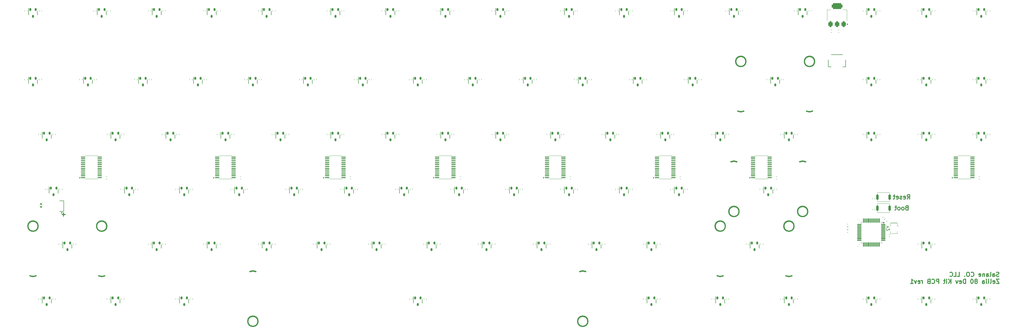
<source format=gbr>
%TF.GenerationSoftware,KiCad,Pcbnew,8.0.6*%
%TF.CreationDate,2024-11-23T19:51:20+07:00*%
%TF.ProjectId,Zellia80,5a656c6c-6961-4383-902e-6b696361645f,rev?*%
%TF.SameCoordinates,Original*%
%TF.FileFunction,Legend,Bot*%
%TF.FilePolarity,Positive*%
%FSLAX46Y46*%
G04 Gerber Fmt 4.6, Leading zero omitted, Abs format (unit mm)*
G04 Created by KiCad (PCBNEW 8.0.6) date 2024-11-23 19:51:20*
%MOMM*%
%LPD*%
G01*
G04 APERTURE LIST*
G04 Aperture macros list*
%AMRoundRect*
0 Rectangle with rounded corners*
0 $1 Rounding radius*
0 $2 $3 $4 $5 $6 $7 $8 $9 X,Y pos of 4 corners*
0 Add a 4 corners polygon primitive as box body*
4,1,4,$2,$3,$4,$5,$6,$7,$8,$9,$2,$3,0*
0 Add four circle primitives for the rounded corners*
1,1,$1+$1,$2,$3*
1,1,$1+$1,$4,$5*
1,1,$1+$1,$6,$7*
1,1,$1+$1,$8,$9*
0 Add four rect primitives between the rounded corners*
20,1,$1+$1,$2,$3,$4,$5,0*
20,1,$1+$1,$4,$5,$6,$7,0*
20,1,$1+$1,$6,$7,$8,$9,0*
20,1,$1+$1,$8,$9,$2,$3,0*%
%AMRotRect*
0 Rectangle, with rotation*
0 The origin of the aperture is its center*
0 $1 length*
0 $2 width*
0 $3 Rotation angle, in degrees counterclockwise*
0 Add horizontal line*
21,1,$1,$2,0,0,$3*%
G04 Aperture macros list end*
%ADD10C,0.375000*%
%ADD11C,0.300000*%
%ADD12C,0.150000*%
%ADD13C,0.120000*%
%ADD14C,0.153000*%
%ADD15C,0.500000*%
%ADD16R,1.190000X3.000000*%
%ADD17C,0.800000*%
%ADD18C,5.000000*%
%ADD19R,1.700000X1.700000*%
%ADD20O,1.700000X1.700000*%
%ADD21R,0.620000X0.560000*%
%ADD22R,0.560000X0.620000*%
%ADD23RoundRect,0.150000X-0.150000X0.350000X-0.150000X-0.350000X0.150000X-0.350000X0.150000X0.350000X0*%
%ADD24C,1.750000*%
%ADD25RotRect,0.560000X0.620000X225.000000*%
%ADD26R,0.600000X1.550000*%
%ADD27R,1.200000X1.800000*%
%ADD28RoundRect,0.135000X-0.185000X0.135000X-0.185000X-0.135000X0.185000X-0.135000X0.185000X0.135000X0*%
%ADD29RoundRect,0.375000X0.375000X-0.625000X0.375000X0.625000X-0.375000X0.625000X-0.375000X-0.625000X0*%
%ADD30RoundRect,0.500000X1.400000X-0.500000X1.400000X0.500000X-1.400000X0.500000X-1.400000X-0.500000X0*%
%ADD31RotRect,0.560000X0.620000X315.000000*%
%ADD32RoundRect,0.100000X-0.637500X-0.100000X0.637500X-0.100000X0.637500X0.100000X-0.637500X0.100000X0*%
%ADD33C,3.048000*%
%ADD34C,3.987800*%
%ADD35RotRect,0.560000X0.620000X45.000000*%
%ADD36RoundRect,0.200000X0.200000X0.800000X-0.200000X0.800000X-0.200000X-0.800000X0.200000X-0.800000X0*%
%ADD37R,1.900000X0.400000*%
%ADD38RoundRect,0.075000X0.662500X0.075000X-0.662500X0.075000X-0.662500X-0.075000X0.662500X-0.075000X0*%
%ADD39RoundRect,0.075000X0.075000X0.662500X-0.075000X0.662500X-0.075000X-0.662500X0.075000X-0.662500X0*%
%ADD40RoundRect,0.200000X-0.200000X-0.800000X0.200000X-0.800000X0.200000X0.800000X-0.200000X0.800000X0*%
G04 APERTURE END LIST*
D10*
X28896428Y-133069250D02*
X27753571Y-133069250D01*
X28324999Y-133640678D02*
X28324999Y-132497821D01*
D11*
X320627142Y-127698327D02*
X321127142Y-126984041D01*
X321484285Y-127698327D02*
X321484285Y-126198327D01*
X321484285Y-126198327D02*
X320912856Y-126198327D01*
X320912856Y-126198327D02*
X320769999Y-126269756D01*
X320769999Y-126269756D02*
X320698570Y-126341184D01*
X320698570Y-126341184D02*
X320627142Y-126484041D01*
X320627142Y-126484041D02*
X320627142Y-126698327D01*
X320627142Y-126698327D02*
X320698570Y-126841184D01*
X320698570Y-126841184D02*
X320769999Y-126912613D01*
X320769999Y-126912613D02*
X320912856Y-126984041D01*
X320912856Y-126984041D02*
X321484285Y-126984041D01*
X319412856Y-127626899D02*
X319555713Y-127698327D01*
X319555713Y-127698327D02*
X319841428Y-127698327D01*
X319841428Y-127698327D02*
X319984285Y-127626899D01*
X319984285Y-127626899D02*
X320055713Y-127484041D01*
X320055713Y-127484041D02*
X320055713Y-126912613D01*
X320055713Y-126912613D02*
X319984285Y-126769756D01*
X319984285Y-126769756D02*
X319841428Y-126698327D01*
X319841428Y-126698327D02*
X319555713Y-126698327D01*
X319555713Y-126698327D02*
X319412856Y-126769756D01*
X319412856Y-126769756D02*
X319341428Y-126912613D01*
X319341428Y-126912613D02*
X319341428Y-127055470D01*
X319341428Y-127055470D02*
X320055713Y-127198327D01*
X318769999Y-127626899D02*
X318627142Y-127698327D01*
X318627142Y-127698327D02*
X318341428Y-127698327D01*
X318341428Y-127698327D02*
X318198571Y-127626899D01*
X318198571Y-127626899D02*
X318127142Y-127484041D01*
X318127142Y-127484041D02*
X318127142Y-127412613D01*
X318127142Y-127412613D02*
X318198571Y-127269756D01*
X318198571Y-127269756D02*
X318341428Y-127198327D01*
X318341428Y-127198327D02*
X318555714Y-127198327D01*
X318555714Y-127198327D02*
X318698571Y-127126899D01*
X318698571Y-127126899D02*
X318769999Y-126984041D01*
X318769999Y-126984041D02*
X318769999Y-126912613D01*
X318769999Y-126912613D02*
X318698571Y-126769756D01*
X318698571Y-126769756D02*
X318555714Y-126698327D01*
X318555714Y-126698327D02*
X318341428Y-126698327D01*
X318341428Y-126698327D02*
X318198571Y-126769756D01*
X316912856Y-127626899D02*
X317055713Y-127698327D01*
X317055713Y-127698327D02*
X317341428Y-127698327D01*
X317341428Y-127698327D02*
X317484285Y-127626899D01*
X317484285Y-127626899D02*
X317555713Y-127484041D01*
X317555713Y-127484041D02*
X317555713Y-126912613D01*
X317555713Y-126912613D02*
X317484285Y-126769756D01*
X317484285Y-126769756D02*
X317341428Y-126698327D01*
X317341428Y-126698327D02*
X317055713Y-126698327D01*
X317055713Y-126698327D02*
X316912856Y-126769756D01*
X316912856Y-126769756D02*
X316841428Y-126912613D01*
X316841428Y-126912613D02*
X316841428Y-127055470D01*
X316841428Y-127055470D02*
X317555713Y-127198327D01*
X316412856Y-126698327D02*
X315841428Y-126698327D01*
X316198571Y-126198327D02*
X316198571Y-127484041D01*
X316198571Y-127484041D02*
X316127142Y-127626899D01*
X316127142Y-127626899D02*
X315984285Y-127698327D01*
X315984285Y-127698327D02*
X315841428Y-127698327D01*
X352435667Y-154511983D02*
X352221382Y-154583411D01*
X352221382Y-154583411D02*
X351864239Y-154583411D01*
X351864239Y-154583411D02*
X351721382Y-154511983D01*
X351721382Y-154511983D02*
X351649953Y-154440554D01*
X351649953Y-154440554D02*
X351578524Y-154297697D01*
X351578524Y-154297697D02*
X351578524Y-154154840D01*
X351578524Y-154154840D02*
X351649953Y-154011983D01*
X351649953Y-154011983D02*
X351721382Y-153940554D01*
X351721382Y-153940554D02*
X351864239Y-153869125D01*
X351864239Y-153869125D02*
X352149953Y-153797697D01*
X352149953Y-153797697D02*
X352292810Y-153726268D01*
X352292810Y-153726268D02*
X352364239Y-153654840D01*
X352364239Y-153654840D02*
X352435667Y-153511983D01*
X352435667Y-153511983D02*
X352435667Y-153369125D01*
X352435667Y-153369125D02*
X352364239Y-153226268D01*
X352364239Y-153226268D02*
X352292810Y-153154840D01*
X352292810Y-153154840D02*
X352149953Y-153083411D01*
X352149953Y-153083411D02*
X351792810Y-153083411D01*
X351792810Y-153083411D02*
X351578524Y-153154840D01*
X350292811Y-154583411D02*
X350292811Y-153797697D01*
X350292811Y-153797697D02*
X350364239Y-153654840D01*
X350364239Y-153654840D02*
X350507096Y-153583411D01*
X350507096Y-153583411D02*
X350792811Y-153583411D01*
X350792811Y-153583411D02*
X350935668Y-153654840D01*
X350292811Y-154511983D02*
X350435668Y-154583411D01*
X350435668Y-154583411D02*
X350792811Y-154583411D01*
X350792811Y-154583411D02*
X350935668Y-154511983D01*
X350935668Y-154511983D02*
X351007096Y-154369125D01*
X351007096Y-154369125D02*
X351007096Y-154226268D01*
X351007096Y-154226268D02*
X350935668Y-154083411D01*
X350935668Y-154083411D02*
X350792811Y-154011983D01*
X350792811Y-154011983D02*
X350435668Y-154011983D01*
X350435668Y-154011983D02*
X350292811Y-153940554D01*
X349364239Y-154583411D02*
X349507096Y-154511983D01*
X349507096Y-154511983D02*
X349578525Y-154369125D01*
X349578525Y-154369125D02*
X349578525Y-153083411D01*
X348149954Y-154583411D02*
X348149954Y-153797697D01*
X348149954Y-153797697D02*
X348221382Y-153654840D01*
X348221382Y-153654840D02*
X348364239Y-153583411D01*
X348364239Y-153583411D02*
X348649954Y-153583411D01*
X348649954Y-153583411D02*
X348792811Y-153654840D01*
X348149954Y-154511983D02*
X348292811Y-154583411D01*
X348292811Y-154583411D02*
X348649954Y-154583411D01*
X348649954Y-154583411D02*
X348792811Y-154511983D01*
X348792811Y-154511983D02*
X348864239Y-154369125D01*
X348864239Y-154369125D02*
X348864239Y-154226268D01*
X348864239Y-154226268D02*
X348792811Y-154083411D01*
X348792811Y-154083411D02*
X348649954Y-154011983D01*
X348649954Y-154011983D02*
X348292811Y-154011983D01*
X348292811Y-154011983D02*
X348149954Y-153940554D01*
X347435668Y-153583411D02*
X347435668Y-154583411D01*
X347435668Y-153726268D02*
X347364239Y-153654840D01*
X347364239Y-153654840D02*
X347221382Y-153583411D01*
X347221382Y-153583411D02*
X347007096Y-153583411D01*
X347007096Y-153583411D02*
X346864239Y-153654840D01*
X346864239Y-153654840D02*
X346792811Y-153797697D01*
X346792811Y-153797697D02*
X346792811Y-154583411D01*
X345507096Y-154511983D02*
X345649953Y-154583411D01*
X345649953Y-154583411D02*
X345935668Y-154583411D01*
X345935668Y-154583411D02*
X346078525Y-154511983D01*
X346078525Y-154511983D02*
X346149953Y-154369125D01*
X346149953Y-154369125D02*
X346149953Y-153797697D01*
X346149953Y-153797697D02*
X346078525Y-153654840D01*
X346078525Y-153654840D02*
X345935668Y-153583411D01*
X345935668Y-153583411D02*
X345649953Y-153583411D01*
X345649953Y-153583411D02*
X345507096Y-153654840D01*
X345507096Y-153654840D02*
X345435668Y-153797697D01*
X345435668Y-153797697D02*
X345435668Y-153940554D01*
X345435668Y-153940554D02*
X346149953Y-154083411D01*
X342792811Y-154440554D02*
X342864239Y-154511983D01*
X342864239Y-154511983D02*
X343078525Y-154583411D01*
X343078525Y-154583411D02*
X343221382Y-154583411D01*
X343221382Y-154583411D02*
X343435668Y-154511983D01*
X343435668Y-154511983D02*
X343578525Y-154369125D01*
X343578525Y-154369125D02*
X343649954Y-154226268D01*
X343649954Y-154226268D02*
X343721382Y-153940554D01*
X343721382Y-153940554D02*
X343721382Y-153726268D01*
X343721382Y-153726268D02*
X343649954Y-153440554D01*
X343649954Y-153440554D02*
X343578525Y-153297697D01*
X343578525Y-153297697D02*
X343435668Y-153154840D01*
X343435668Y-153154840D02*
X343221382Y-153083411D01*
X343221382Y-153083411D02*
X343078525Y-153083411D01*
X343078525Y-153083411D02*
X342864239Y-153154840D01*
X342864239Y-153154840D02*
X342792811Y-153226268D01*
X341864239Y-153083411D02*
X341578525Y-153083411D01*
X341578525Y-153083411D02*
X341435668Y-153154840D01*
X341435668Y-153154840D02*
X341292811Y-153297697D01*
X341292811Y-153297697D02*
X341221382Y-153583411D01*
X341221382Y-153583411D02*
X341221382Y-154083411D01*
X341221382Y-154083411D02*
X341292811Y-154369125D01*
X341292811Y-154369125D02*
X341435668Y-154511983D01*
X341435668Y-154511983D02*
X341578525Y-154583411D01*
X341578525Y-154583411D02*
X341864239Y-154583411D01*
X341864239Y-154583411D02*
X342007097Y-154511983D01*
X342007097Y-154511983D02*
X342149954Y-154369125D01*
X342149954Y-154369125D02*
X342221382Y-154083411D01*
X342221382Y-154083411D02*
X342221382Y-153583411D01*
X342221382Y-153583411D02*
X342149954Y-153297697D01*
X342149954Y-153297697D02*
X342007097Y-153154840D01*
X342007097Y-153154840D02*
X341864239Y-153083411D01*
X340578525Y-154440554D02*
X340507096Y-154511983D01*
X340507096Y-154511983D02*
X340578525Y-154583411D01*
X340578525Y-154583411D02*
X340649953Y-154511983D01*
X340649953Y-154511983D02*
X340578525Y-154440554D01*
X340578525Y-154440554D02*
X340578525Y-154583411D01*
X338007096Y-154583411D02*
X338721382Y-154583411D01*
X338721382Y-154583411D02*
X338721382Y-153083411D01*
X336792810Y-154583411D02*
X337507096Y-154583411D01*
X337507096Y-154583411D02*
X337507096Y-153083411D01*
X335435667Y-154440554D02*
X335507095Y-154511983D01*
X335507095Y-154511983D02*
X335721381Y-154583411D01*
X335721381Y-154583411D02*
X335864238Y-154583411D01*
X335864238Y-154583411D02*
X336078524Y-154511983D01*
X336078524Y-154511983D02*
X336221381Y-154369125D01*
X336221381Y-154369125D02*
X336292810Y-154226268D01*
X336292810Y-154226268D02*
X336364238Y-153940554D01*
X336364238Y-153940554D02*
X336364238Y-153726268D01*
X336364238Y-153726268D02*
X336292810Y-153440554D01*
X336292810Y-153440554D02*
X336221381Y-153297697D01*
X336221381Y-153297697D02*
X336078524Y-153154840D01*
X336078524Y-153154840D02*
X335864238Y-153083411D01*
X335864238Y-153083411D02*
X335721381Y-153083411D01*
X335721381Y-153083411D02*
X335507095Y-153154840D01*
X335507095Y-153154840D02*
X335435667Y-153226268D01*
X352507096Y-155498327D02*
X351507096Y-155498327D01*
X351507096Y-155498327D02*
X352507096Y-156998327D01*
X352507096Y-156998327D02*
X351507096Y-156998327D01*
X350364239Y-156926899D02*
X350507096Y-156998327D01*
X350507096Y-156998327D02*
X350792811Y-156998327D01*
X350792811Y-156998327D02*
X350935668Y-156926899D01*
X350935668Y-156926899D02*
X351007096Y-156784041D01*
X351007096Y-156784041D02*
X351007096Y-156212613D01*
X351007096Y-156212613D02*
X350935668Y-156069756D01*
X350935668Y-156069756D02*
X350792811Y-155998327D01*
X350792811Y-155998327D02*
X350507096Y-155998327D01*
X350507096Y-155998327D02*
X350364239Y-156069756D01*
X350364239Y-156069756D02*
X350292811Y-156212613D01*
X350292811Y-156212613D02*
X350292811Y-156355470D01*
X350292811Y-156355470D02*
X351007096Y-156498327D01*
X349435668Y-156998327D02*
X349578525Y-156926899D01*
X349578525Y-156926899D02*
X349649954Y-156784041D01*
X349649954Y-156784041D02*
X349649954Y-155498327D01*
X348649954Y-156998327D02*
X348792811Y-156926899D01*
X348792811Y-156926899D02*
X348864240Y-156784041D01*
X348864240Y-156784041D02*
X348864240Y-155498327D01*
X348078526Y-156998327D02*
X348078526Y-155998327D01*
X348078526Y-155498327D02*
X348149954Y-155569756D01*
X348149954Y-155569756D02*
X348078526Y-155641184D01*
X348078526Y-155641184D02*
X348007097Y-155569756D01*
X348007097Y-155569756D02*
X348078526Y-155498327D01*
X348078526Y-155498327D02*
X348078526Y-155641184D01*
X346721383Y-156998327D02*
X346721383Y-156212613D01*
X346721383Y-156212613D02*
X346792811Y-156069756D01*
X346792811Y-156069756D02*
X346935668Y-155998327D01*
X346935668Y-155998327D02*
X347221383Y-155998327D01*
X347221383Y-155998327D02*
X347364240Y-156069756D01*
X346721383Y-156926899D02*
X346864240Y-156998327D01*
X346864240Y-156998327D02*
X347221383Y-156998327D01*
X347221383Y-156998327D02*
X347364240Y-156926899D01*
X347364240Y-156926899D02*
X347435668Y-156784041D01*
X347435668Y-156784041D02*
X347435668Y-156641184D01*
X347435668Y-156641184D02*
X347364240Y-156498327D01*
X347364240Y-156498327D02*
X347221383Y-156426899D01*
X347221383Y-156426899D02*
X346864240Y-156426899D01*
X346864240Y-156426899D02*
X346721383Y-156355470D01*
X344649954Y-156141184D02*
X344792811Y-156069756D01*
X344792811Y-156069756D02*
X344864240Y-155998327D01*
X344864240Y-155998327D02*
X344935668Y-155855470D01*
X344935668Y-155855470D02*
X344935668Y-155784041D01*
X344935668Y-155784041D02*
X344864240Y-155641184D01*
X344864240Y-155641184D02*
X344792811Y-155569756D01*
X344792811Y-155569756D02*
X344649954Y-155498327D01*
X344649954Y-155498327D02*
X344364240Y-155498327D01*
X344364240Y-155498327D02*
X344221383Y-155569756D01*
X344221383Y-155569756D02*
X344149954Y-155641184D01*
X344149954Y-155641184D02*
X344078525Y-155784041D01*
X344078525Y-155784041D02*
X344078525Y-155855470D01*
X344078525Y-155855470D02*
X344149954Y-155998327D01*
X344149954Y-155998327D02*
X344221383Y-156069756D01*
X344221383Y-156069756D02*
X344364240Y-156141184D01*
X344364240Y-156141184D02*
X344649954Y-156141184D01*
X344649954Y-156141184D02*
X344792811Y-156212613D01*
X344792811Y-156212613D02*
X344864240Y-156284041D01*
X344864240Y-156284041D02*
X344935668Y-156426899D01*
X344935668Y-156426899D02*
X344935668Y-156712613D01*
X344935668Y-156712613D02*
X344864240Y-156855470D01*
X344864240Y-156855470D02*
X344792811Y-156926899D01*
X344792811Y-156926899D02*
X344649954Y-156998327D01*
X344649954Y-156998327D02*
X344364240Y-156998327D01*
X344364240Y-156998327D02*
X344221383Y-156926899D01*
X344221383Y-156926899D02*
X344149954Y-156855470D01*
X344149954Y-156855470D02*
X344078525Y-156712613D01*
X344078525Y-156712613D02*
X344078525Y-156426899D01*
X344078525Y-156426899D02*
X344149954Y-156284041D01*
X344149954Y-156284041D02*
X344221383Y-156212613D01*
X344221383Y-156212613D02*
X344364240Y-156141184D01*
X343149954Y-155498327D02*
X343007097Y-155498327D01*
X343007097Y-155498327D02*
X342864240Y-155569756D01*
X342864240Y-155569756D02*
X342792812Y-155641184D01*
X342792812Y-155641184D02*
X342721383Y-155784041D01*
X342721383Y-155784041D02*
X342649954Y-156069756D01*
X342649954Y-156069756D02*
X342649954Y-156426899D01*
X342649954Y-156426899D02*
X342721383Y-156712613D01*
X342721383Y-156712613D02*
X342792812Y-156855470D01*
X342792812Y-156855470D02*
X342864240Y-156926899D01*
X342864240Y-156926899D02*
X343007097Y-156998327D01*
X343007097Y-156998327D02*
X343149954Y-156998327D01*
X343149954Y-156998327D02*
X343292812Y-156926899D01*
X343292812Y-156926899D02*
X343364240Y-156855470D01*
X343364240Y-156855470D02*
X343435669Y-156712613D01*
X343435669Y-156712613D02*
X343507097Y-156426899D01*
X343507097Y-156426899D02*
X343507097Y-156069756D01*
X343507097Y-156069756D02*
X343435669Y-155784041D01*
X343435669Y-155784041D02*
X343364240Y-155641184D01*
X343364240Y-155641184D02*
X343292812Y-155569756D01*
X343292812Y-155569756D02*
X343149954Y-155498327D01*
X340864241Y-156998327D02*
X340864241Y-155498327D01*
X340864241Y-155498327D02*
X340507098Y-155498327D01*
X340507098Y-155498327D02*
X340292812Y-155569756D01*
X340292812Y-155569756D02*
X340149955Y-155712613D01*
X340149955Y-155712613D02*
X340078526Y-155855470D01*
X340078526Y-155855470D02*
X340007098Y-156141184D01*
X340007098Y-156141184D02*
X340007098Y-156355470D01*
X340007098Y-156355470D02*
X340078526Y-156641184D01*
X340078526Y-156641184D02*
X340149955Y-156784041D01*
X340149955Y-156784041D02*
X340292812Y-156926899D01*
X340292812Y-156926899D02*
X340507098Y-156998327D01*
X340507098Y-156998327D02*
X340864241Y-156998327D01*
X338792812Y-156926899D02*
X338935669Y-156998327D01*
X338935669Y-156998327D02*
X339221384Y-156998327D01*
X339221384Y-156998327D02*
X339364241Y-156926899D01*
X339364241Y-156926899D02*
X339435669Y-156784041D01*
X339435669Y-156784041D02*
X339435669Y-156212613D01*
X339435669Y-156212613D02*
X339364241Y-156069756D01*
X339364241Y-156069756D02*
X339221384Y-155998327D01*
X339221384Y-155998327D02*
X338935669Y-155998327D01*
X338935669Y-155998327D02*
X338792812Y-156069756D01*
X338792812Y-156069756D02*
X338721384Y-156212613D01*
X338721384Y-156212613D02*
X338721384Y-156355470D01*
X338721384Y-156355470D02*
X339435669Y-156498327D01*
X338221384Y-155998327D02*
X337864241Y-156998327D01*
X337864241Y-156998327D02*
X337507098Y-155998327D01*
X335792813Y-156998327D02*
X335792813Y-155498327D01*
X334935670Y-156998327D02*
X335578527Y-156141184D01*
X334935670Y-155498327D02*
X335792813Y-156355470D01*
X334292813Y-156998327D02*
X334292813Y-155998327D01*
X334292813Y-155498327D02*
X334364241Y-155569756D01*
X334364241Y-155569756D02*
X334292813Y-155641184D01*
X334292813Y-155641184D02*
X334221384Y-155569756D01*
X334221384Y-155569756D02*
X334292813Y-155498327D01*
X334292813Y-155498327D02*
X334292813Y-155641184D01*
X333792812Y-155998327D02*
X333221384Y-155998327D01*
X333578527Y-155498327D02*
X333578527Y-156784041D01*
X333578527Y-156784041D02*
X333507098Y-156926899D01*
X333507098Y-156926899D02*
X333364241Y-156998327D01*
X333364241Y-156998327D02*
X333221384Y-156998327D01*
X331578527Y-156998327D02*
X331578527Y-155498327D01*
X331578527Y-155498327D02*
X331007098Y-155498327D01*
X331007098Y-155498327D02*
X330864241Y-155569756D01*
X330864241Y-155569756D02*
X330792812Y-155641184D01*
X330792812Y-155641184D02*
X330721384Y-155784041D01*
X330721384Y-155784041D02*
X330721384Y-155998327D01*
X330721384Y-155998327D02*
X330792812Y-156141184D01*
X330792812Y-156141184D02*
X330864241Y-156212613D01*
X330864241Y-156212613D02*
X331007098Y-156284041D01*
X331007098Y-156284041D02*
X331578527Y-156284041D01*
X329221384Y-156855470D02*
X329292812Y-156926899D01*
X329292812Y-156926899D02*
X329507098Y-156998327D01*
X329507098Y-156998327D02*
X329649955Y-156998327D01*
X329649955Y-156998327D02*
X329864241Y-156926899D01*
X329864241Y-156926899D02*
X330007098Y-156784041D01*
X330007098Y-156784041D02*
X330078527Y-156641184D01*
X330078527Y-156641184D02*
X330149955Y-156355470D01*
X330149955Y-156355470D02*
X330149955Y-156141184D01*
X330149955Y-156141184D02*
X330078527Y-155855470D01*
X330078527Y-155855470D02*
X330007098Y-155712613D01*
X330007098Y-155712613D02*
X329864241Y-155569756D01*
X329864241Y-155569756D02*
X329649955Y-155498327D01*
X329649955Y-155498327D02*
X329507098Y-155498327D01*
X329507098Y-155498327D02*
X329292812Y-155569756D01*
X329292812Y-155569756D02*
X329221384Y-155641184D01*
X328078527Y-156212613D02*
X327864241Y-156284041D01*
X327864241Y-156284041D02*
X327792812Y-156355470D01*
X327792812Y-156355470D02*
X327721384Y-156498327D01*
X327721384Y-156498327D02*
X327721384Y-156712613D01*
X327721384Y-156712613D02*
X327792812Y-156855470D01*
X327792812Y-156855470D02*
X327864241Y-156926899D01*
X327864241Y-156926899D02*
X328007098Y-156998327D01*
X328007098Y-156998327D02*
X328578527Y-156998327D01*
X328578527Y-156998327D02*
X328578527Y-155498327D01*
X328578527Y-155498327D02*
X328078527Y-155498327D01*
X328078527Y-155498327D02*
X327935670Y-155569756D01*
X327935670Y-155569756D02*
X327864241Y-155641184D01*
X327864241Y-155641184D02*
X327792812Y-155784041D01*
X327792812Y-155784041D02*
X327792812Y-155926899D01*
X327792812Y-155926899D02*
X327864241Y-156069756D01*
X327864241Y-156069756D02*
X327935670Y-156141184D01*
X327935670Y-156141184D02*
X328078527Y-156212613D01*
X328078527Y-156212613D02*
X328578527Y-156212613D01*
X325935670Y-156998327D02*
X325935670Y-155998327D01*
X325935670Y-156284041D02*
X325864241Y-156141184D01*
X325864241Y-156141184D02*
X325792813Y-156069756D01*
X325792813Y-156069756D02*
X325649955Y-155998327D01*
X325649955Y-155998327D02*
X325507098Y-155998327D01*
X324435670Y-156926899D02*
X324578527Y-156998327D01*
X324578527Y-156998327D02*
X324864242Y-156998327D01*
X324864242Y-156998327D02*
X325007099Y-156926899D01*
X325007099Y-156926899D02*
X325078527Y-156784041D01*
X325078527Y-156784041D02*
X325078527Y-156212613D01*
X325078527Y-156212613D02*
X325007099Y-156069756D01*
X325007099Y-156069756D02*
X324864242Y-155998327D01*
X324864242Y-155998327D02*
X324578527Y-155998327D01*
X324578527Y-155998327D02*
X324435670Y-156069756D01*
X324435670Y-156069756D02*
X324364242Y-156212613D01*
X324364242Y-156212613D02*
X324364242Y-156355470D01*
X324364242Y-156355470D02*
X325078527Y-156498327D01*
X323864242Y-155998327D02*
X323507099Y-156998327D01*
X323507099Y-156998327D02*
X323149956Y-155998327D01*
X321792813Y-156998327D02*
X322649956Y-156998327D01*
X322221385Y-156998327D02*
X322221385Y-155498327D01*
X322221385Y-155498327D02*
X322364242Y-155712613D01*
X322364242Y-155712613D02*
X322507099Y-155855470D01*
X322507099Y-155855470D02*
X322649956Y-155926899D01*
X320448571Y-130722613D02*
X320234285Y-130794041D01*
X320234285Y-130794041D02*
X320162856Y-130865470D01*
X320162856Y-130865470D02*
X320091428Y-131008327D01*
X320091428Y-131008327D02*
X320091428Y-131222613D01*
X320091428Y-131222613D02*
X320162856Y-131365470D01*
X320162856Y-131365470D02*
X320234285Y-131436899D01*
X320234285Y-131436899D02*
X320377142Y-131508327D01*
X320377142Y-131508327D02*
X320948571Y-131508327D01*
X320948571Y-131508327D02*
X320948571Y-130008327D01*
X320948571Y-130008327D02*
X320448571Y-130008327D01*
X320448571Y-130008327D02*
X320305714Y-130079756D01*
X320305714Y-130079756D02*
X320234285Y-130151184D01*
X320234285Y-130151184D02*
X320162856Y-130294041D01*
X320162856Y-130294041D02*
X320162856Y-130436899D01*
X320162856Y-130436899D02*
X320234285Y-130579756D01*
X320234285Y-130579756D02*
X320305714Y-130651184D01*
X320305714Y-130651184D02*
X320448571Y-130722613D01*
X320448571Y-130722613D02*
X320948571Y-130722613D01*
X319234285Y-131508327D02*
X319377142Y-131436899D01*
X319377142Y-131436899D02*
X319448571Y-131365470D01*
X319448571Y-131365470D02*
X319519999Y-131222613D01*
X319519999Y-131222613D02*
X319519999Y-130794041D01*
X319519999Y-130794041D02*
X319448571Y-130651184D01*
X319448571Y-130651184D02*
X319377142Y-130579756D01*
X319377142Y-130579756D02*
X319234285Y-130508327D01*
X319234285Y-130508327D02*
X319019999Y-130508327D01*
X319019999Y-130508327D02*
X318877142Y-130579756D01*
X318877142Y-130579756D02*
X318805714Y-130651184D01*
X318805714Y-130651184D02*
X318734285Y-130794041D01*
X318734285Y-130794041D02*
X318734285Y-131222613D01*
X318734285Y-131222613D02*
X318805714Y-131365470D01*
X318805714Y-131365470D02*
X318877142Y-131436899D01*
X318877142Y-131436899D02*
X319019999Y-131508327D01*
X319019999Y-131508327D02*
X319234285Y-131508327D01*
X317877142Y-131508327D02*
X318019999Y-131436899D01*
X318019999Y-131436899D02*
X318091428Y-131365470D01*
X318091428Y-131365470D02*
X318162856Y-131222613D01*
X318162856Y-131222613D02*
X318162856Y-130794041D01*
X318162856Y-130794041D02*
X318091428Y-130651184D01*
X318091428Y-130651184D02*
X318019999Y-130579756D01*
X318019999Y-130579756D02*
X317877142Y-130508327D01*
X317877142Y-130508327D02*
X317662856Y-130508327D01*
X317662856Y-130508327D02*
X317519999Y-130579756D01*
X317519999Y-130579756D02*
X317448571Y-130651184D01*
X317448571Y-130651184D02*
X317377142Y-130794041D01*
X317377142Y-130794041D02*
X317377142Y-131222613D01*
X317377142Y-131222613D02*
X317448571Y-131365470D01*
X317448571Y-131365470D02*
X317519999Y-131436899D01*
X317519999Y-131436899D02*
X317662856Y-131508327D01*
X317662856Y-131508327D02*
X317877142Y-131508327D01*
X316948570Y-130508327D02*
X316377142Y-130508327D01*
X316734285Y-130008327D02*
X316734285Y-131294041D01*
X316734285Y-131294041D02*
X316662856Y-131436899D01*
X316662856Y-131436899D02*
X316519999Y-131508327D01*
X316519999Y-131508327D02*
X316377142Y-131508327D01*
D12*
X313953628Y-137383808D02*
X314429819Y-137383808D01*
X313429819Y-137050475D02*
X313953628Y-137383808D01*
X313953628Y-137383808D02*
X313429819Y-137717141D01*
X313525057Y-138002856D02*
X313477438Y-138050475D01*
X313477438Y-138050475D02*
X313429819Y-138145713D01*
X313429819Y-138145713D02*
X313429819Y-138383808D01*
X313429819Y-138383808D02*
X313477438Y-138479046D01*
X313477438Y-138479046D02*
X313525057Y-138526665D01*
X313525057Y-138526665D02*
X313620295Y-138574284D01*
X313620295Y-138574284D02*
X313715533Y-138574284D01*
X313715533Y-138574284D02*
X313858390Y-138526665D01*
X313858390Y-138526665D02*
X314429819Y-137955237D01*
X314429819Y-137955237D02*
X314429819Y-138574284D01*
%TO.C,D1*%
X26956250Y-131922499D02*
X28356250Y-131922499D01*
X26956250Y-128322499D02*
X28356250Y-128322499D01*
X28356250Y-128322499D02*
X28356250Y-131922499D01*
X27856250Y-132422499D02*
G75*
G02*
X27456250Y-132422499I-200000J0D01*
G01*
X27456250Y-132422499D02*
G75*
G02*
X27856250Y-132422499I200000J0D01*
G01*
D13*
%TO.C,C33*%
X52887500Y-85972499D02*
X52887500Y-86372499D01*
X53737500Y-85972499D02*
X53737500Y-86372499D01*
%TO.C,C73*%
X176950000Y-143122499D02*
X176950000Y-143522499D01*
X177800000Y-143122499D02*
X177800000Y-143522499D01*
%TO.C,C1*%
X19787500Y-62159999D02*
X19787500Y-62559999D01*
X20637500Y-62159999D02*
X20637500Y-62559999D01*
%TO.C,C160*%
X276725000Y-162172499D02*
X276725000Y-162572499D01*
X277575000Y-162172499D02*
X277575000Y-162572499D01*
%TO.C,C60*%
X167425000Y-124072499D02*
X167425000Y-124472499D01*
X168275000Y-124072499D02*
X168275000Y-124472499D01*
%TO.C,C109*%
X203687500Y-119838124D02*
X204087500Y-119838124D01*
X203687500Y-120688124D02*
X204087500Y-120688124D01*
%TO.C,C195*%
X281487500Y-62159999D02*
X281487500Y-62559999D01*
X282337500Y-62159999D02*
X282337500Y-62559999D01*
%TO.C,C152*%
X329350000Y-62159999D02*
X329350000Y-62559999D01*
X330200000Y-62159999D02*
X330200000Y-62559999D01*
D14*
%TO.C,U25*%
X62135000Y-144092500D02*
X62135000Y-144742499D01*
X62135000Y-144092500D02*
X62135000Y-143442499D01*
X59015000Y-144092500D02*
X59015000Y-144742499D01*
X59015000Y-144092500D02*
X59015000Y-142417499D01*
D13*
%TO.C,C22*%
X38837500Y-85972499D02*
X38837500Y-86372499D01*
X39687500Y-85972499D02*
X39687500Y-86372499D01*
D14*
%TO.C,U23*%
X66897500Y-105992500D02*
X66897500Y-106642499D01*
X66897500Y-105992500D02*
X66897500Y-105342499D01*
X63777500Y-105992500D02*
X63777500Y-106642499D01*
X63777500Y-105992500D02*
X63777500Y-104317499D01*
D13*
%TO.C,C125*%
X143375000Y-124072499D02*
X143375000Y-124472499D01*
X144225000Y-124072499D02*
X144225000Y-124472499D01*
%TO.C,C23*%
X48362500Y-105022499D02*
X48362500Y-105422499D01*
X49212500Y-105022499D02*
X49212500Y-105422499D01*
%TO.C,C108*%
X310300000Y-62159999D02*
X310300000Y-62559999D01*
X311150000Y-62159999D02*
X311150000Y-62559999D01*
%TO.C,C199*%
X303283058Y-134650900D02*
X303565901Y-134368057D01*
X303884099Y-135251941D02*
X304166942Y-134969098D01*
D14*
%TO.C,U96*%
X347885000Y-163142500D02*
X347885000Y-163792499D01*
X347885000Y-163142500D02*
X347885000Y-162492499D01*
X344765000Y-163142500D02*
X344765000Y-163792499D01*
X344765000Y-163142500D02*
X344765000Y-161467499D01*
%TO.C,U26*%
X143097500Y-63130000D02*
X143097500Y-63779999D01*
X143097500Y-63130000D02*
X143097500Y-62479999D01*
X139977500Y-63130000D02*
X139977500Y-63779999D01*
X139977500Y-63130000D02*
X139977500Y-61454999D01*
%TO.C,U27*%
X162147500Y-63130000D02*
X162147500Y-63779999D01*
X162147500Y-63130000D02*
X162147500Y-62479999D01*
X159027500Y-63130000D02*
X159027500Y-63779999D01*
X159027500Y-63130000D02*
X159027500Y-61454999D01*
D12*
%TO.C,J2*%
X299318750Y-81797499D02*
X298318750Y-81797499D01*
X299318750Y-79397499D02*
X299318750Y-81797499D01*
X294318750Y-81797499D02*
X293318750Y-81797499D01*
X294318750Y-77597499D02*
X298318750Y-77597499D01*
X293318750Y-81797499D02*
X293318750Y-79397499D01*
D13*
%TO.C,C18*%
X26931250Y-124072499D02*
X26931250Y-124472499D01*
X27781250Y-124072499D02*
X27781250Y-124472499D01*
%TO.C,C2*%
X43600000Y-62159999D02*
X43600000Y-62559999D01*
X44450000Y-62159999D02*
X44450000Y-62559999D01*
%TO.C,C123*%
X181475000Y-124072499D02*
X181475000Y-124472499D01*
X182325000Y-124072499D02*
X182325000Y-124472499D01*
%TO.C,C17*%
X24550000Y-105022499D02*
X24550000Y-105422499D01*
X25400000Y-105022499D02*
X25400000Y-105422499D01*
D14*
%TO.C,U30*%
X90710000Y-125042500D02*
X90710000Y-125692499D01*
X90710000Y-125042500D02*
X90710000Y-124392499D01*
X87590000Y-125042500D02*
X87590000Y-125692499D01*
X87590000Y-125042500D02*
X87590000Y-123367499D01*
D13*
%TO.C,C105*%
X195762500Y-105022499D02*
X195762500Y-105422499D01*
X196612500Y-105022499D02*
X196612500Y-105422499D01*
D14*
%TO.C,U38*%
X205010000Y-63130000D02*
X205010000Y-63779999D01*
X205010000Y-63130000D02*
X205010000Y-62479999D01*
X201890000Y-63130000D02*
X201890000Y-63779999D01*
X201890000Y-63130000D02*
X201890000Y-61454999D01*
D13*
%TO.C,C99*%
X138612500Y-105022499D02*
X138612500Y-105422499D01*
X139462500Y-105022499D02*
X139462500Y-105422499D01*
%TO.C,C122*%
X67175000Y-124072499D02*
X67175000Y-124472499D01*
X68025000Y-124072499D02*
X68025000Y-124472499D01*
%TO.C,C71*%
X200762500Y-105022499D02*
X200762500Y-105422499D01*
X201612500Y-105022499D02*
X201612500Y-105422499D01*
%TO.C,C179*%
X324350000Y-143122499D02*
X324350000Y-143522499D01*
X325200000Y-143122499D02*
X325200000Y-143522499D01*
%TO.C,C81*%
X224575000Y-62159999D02*
X224575000Y-62559999D01*
X225425000Y-62159999D02*
X225425000Y-62559999D01*
%TO.C,C151*%
X310300000Y-162172499D02*
X310300000Y-162572499D01*
X311150000Y-162172499D02*
X311150000Y-162572499D01*
D14*
%TO.C,U66*%
X205010000Y-125042500D02*
X205010000Y-125692499D01*
X205010000Y-125042500D02*
X205010000Y-124392499D01*
X201890000Y-125042500D02*
X201890000Y-125692499D01*
X201890000Y-125042500D02*
X201890000Y-123367499D01*
D13*
%TO.C,C44*%
X110037500Y-85972499D02*
X110037500Y-86372499D01*
X110887500Y-85972499D02*
X110887500Y-86372499D01*
%TO.C,C19*%
X31693750Y-143122499D02*
X31693750Y-143522499D01*
X32543750Y-143122499D02*
X32543750Y-143522499D01*
%TO.C,C98*%
X286487500Y-62159999D02*
X286487500Y-62559999D01*
X287337500Y-62159999D02*
X287337500Y-62559999D01*
D14*
%TO.C,U13*%
X81185000Y-63130000D02*
X81185000Y-63779999D01*
X81185000Y-63130000D02*
X81185000Y-62479999D01*
X78065000Y-63130000D02*
X78065000Y-63779999D01*
X78065000Y-63130000D02*
X78065000Y-61454999D01*
D13*
%TO.C,C24*%
X53125000Y-124072499D02*
X53125000Y-124472499D01*
X53975000Y-124072499D02*
X53975000Y-124472499D01*
D14*
%TO.C,U20*%
X124047500Y-63130000D02*
X124047500Y-63779999D01*
X124047500Y-63130000D02*
X124047500Y-62479999D01*
X120927500Y-63130000D02*
X120927500Y-63779999D01*
X120927500Y-63130000D02*
X120927500Y-61454999D01*
%TO.C,U72*%
X224060000Y-125042500D02*
X224060000Y-125692499D01*
X224060000Y-125042500D02*
X224060000Y-124392499D01*
X220940000Y-125042500D02*
X220940000Y-125692499D01*
X220940000Y-125042500D02*
X220940000Y-123367499D01*
D13*
%TO.C,C117*%
X19550000Y-105022499D02*
X19550000Y-105422499D01*
X20400000Y-105022499D02*
X20400000Y-105422499D01*
%TO.C,C30*%
X72175000Y-124072499D02*
X72175000Y-124472499D01*
X73025000Y-124072499D02*
X73025000Y-124472499D01*
D14*
%TO.C,U79*%
X233585000Y-144092500D02*
X233585000Y-144742499D01*
X233585000Y-144092500D02*
X233585000Y-143442499D01*
X230465000Y-144092500D02*
X230465000Y-144742499D01*
X230465000Y-144092500D02*
X230465000Y-142417499D01*
D13*
%TO.C,C128*%
X86225000Y-124072499D02*
X86225000Y-124472499D01*
X87075000Y-124072499D02*
X87075000Y-124472499D01*
%TO.C,R10*%
X20877500Y-130041141D02*
X20877500Y-129733859D01*
X20117500Y-130041141D02*
X20117500Y-129733859D01*
D14*
%TO.C,U44*%
X243110000Y-63130000D02*
X243110000Y-63779999D01*
X243110000Y-63130000D02*
X243110000Y-62479999D01*
X239990000Y-63130000D02*
X239990000Y-63779999D01*
X239990000Y-63130000D02*
X239990000Y-61454999D01*
D13*
%TO.C,C56*%
X271962500Y-85972499D02*
X271962500Y-86372499D01*
X272812500Y-85972499D02*
X272812500Y-86372499D01*
D14*
%TO.C,U32*%
X181197500Y-63130000D02*
X181197500Y-63779999D01*
X181197500Y-63130000D02*
X181197500Y-62479999D01*
X178077500Y-63130000D02*
X178077500Y-63779999D01*
X178077500Y-63130000D02*
X178077500Y-61454999D01*
%TO.C,U9*%
X62135000Y-63130000D02*
X62135000Y-63779999D01*
X62135000Y-63130000D02*
X62135000Y-62479999D01*
X59015000Y-63130000D02*
X59015000Y-63779999D01*
X59015000Y-63130000D02*
X59015000Y-61454999D01*
D13*
%TO.C,U63*%
X292908750Y-61987499D02*
X292908750Y-65747499D01*
X294168750Y-61987499D02*
X292908750Y-61987499D01*
X298468750Y-61987499D02*
X299728750Y-61987499D01*
X299728750Y-61987499D02*
X299728750Y-65747499D01*
X299958750Y-67267499D02*
X299628750Y-67027499D01*
X299958750Y-66787499D01*
X299958750Y-67267499D01*
G36*
X299958750Y-67267499D02*
G01*
X299628750Y-67027499D01*
X299958750Y-66787499D01*
X299958750Y-67267499D01*
G37*
D14*
%TO.C,U94*%
X309785000Y-163142500D02*
X309785000Y-163792499D01*
X309785000Y-163142500D02*
X309785000Y-162492499D01*
X306665000Y-163142500D02*
X306665000Y-163792499D01*
X306665000Y-163142500D02*
X306665000Y-161467499D01*
D13*
%TO.C,C35*%
X86462500Y-105022499D02*
X86462500Y-105422499D01*
X87312500Y-105022499D02*
X87312500Y-105422499D01*
%TO.C,C36*%
X91225000Y-124072499D02*
X91225000Y-124472499D01*
X92075000Y-124072499D02*
X92075000Y-124472499D01*
D14*
%TO.C,U55*%
X157385000Y-144092500D02*
X157385000Y-144742499D01*
X157385000Y-144092500D02*
X157385000Y-143442499D01*
X154265000Y-144092500D02*
X154265000Y-144742499D01*
X154265000Y-144092500D02*
X154265000Y-142417499D01*
D13*
%TO.C,C50*%
X162662500Y-62159999D02*
X162662500Y-62559999D01*
X163512500Y-62159999D02*
X163512500Y-62559999D01*
%TO.C,C58*%
X153137500Y-85972499D02*
X153137500Y-86372499D01*
X153987500Y-85972499D02*
X153987500Y-86372499D01*
%TO.C,C200*%
X303565901Y-144251941D02*
X303283058Y-143969098D01*
X304166942Y-143650900D02*
X303884099Y-143368057D01*
D14*
%TO.C,U82*%
X247872500Y-86942500D02*
X247872500Y-87592499D01*
X247872500Y-86942500D02*
X247872500Y-86292499D01*
X244752500Y-86942500D02*
X244752500Y-87592499D01*
X244752500Y-86942500D02*
X244752500Y-85267499D01*
D13*
%TO.C,C173*%
X281725000Y-162172499D02*
X281725000Y-162572499D01*
X282575000Y-162172499D02*
X282575000Y-162572499D01*
D14*
%TO.C,U77*%
X238347500Y-105992500D02*
X238347500Y-106642499D01*
X238347500Y-105992500D02*
X238347500Y-105342499D01*
X235227500Y-105992500D02*
X235227500Y-106642499D01*
X235227500Y-105992500D02*
X235227500Y-104317499D01*
D13*
%TO.C,C171*%
X72175000Y-162172499D02*
X72175000Y-162572499D01*
X73025000Y-162172499D02*
X73025000Y-162572499D01*
%TO.C,U62*%
X196487500Y-112653124D02*
X198687500Y-112653124D01*
X196487500Y-120723124D02*
X198687500Y-120723124D01*
X200887500Y-112653124D02*
X198687500Y-112653124D01*
X200887500Y-120723124D02*
X198687500Y-120723124D01*
X194827500Y-120263124D02*
X194497500Y-120503124D01*
X194497500Y-120023124D01*
X194827500Y-120263124D01*
G36*
X194827500Y-120263124D02*
G01*
X194497500Y-120503124D01*
X194497500Y-120023124D01*
X194827500Y-120263124D01*
G37*
%TO.C,C129*%
X105275000Y-124072499D02*
X105275000Y-124472499D01*
X106125000Y-124072499D02*
X106125000Y-124472499D01*
%TO.C,C161*%
X348400000Y-62159999D02*
X348400000Y-62559999D01*
X349250000Y-62159999D02*
X349250000Y-62559999D01*
%TO.C,C127*%
X48125000Y-124072499D02*
X48125000Y-124472499D01*
X48975000Y-124072499D02*
X48975000Y-124472499D01*
D14*
%TO.C,U58*%
X171672500Y-86942500D02*
X171672500Y-87592499D01*
X171672500Y-86942500D02*
X171672500Y-86292499D01*
X168552500Y-86942500D02*
X168552500Y-87592499D01*
X168552500Y-86942500D02*
X168552500Y-85267499D01*
%TO.C,U31*%
X81185000Y-144092500D02*
X81185000Y-144742499D01*
X81185000Y-144092500D02*
X81185000Y-143442499D01*
X78065000Y-144092500D02*
X78065000Y-144742499D01*
X78065000Y-144092500D02*
X78065000Y-142417499D01*
D13*
%TO.C,C181*%
X343400000Y-85972499D02*
X343400000Y-86372499D01*
X344250000Y-85972499D02*
X344250000Y-86372499D01*
D14*
%TO.C,U89*%
X281210000Y-106642499D02*
X281210000Y-105992499D01*
X281210000Y-105342499D02*
X281210000Y-105992499D01*
X278090000Y-106642499D02*
X278090000Y-105992499D01*
X278090000Y-104317499D02*
X278090000Y-105992499D01*
D13*
%TO.C,C162*%
X348400000Y-85972499D02*
X348400000Y-86372499D01*
X349250000Y-85972499D02*
X349250000Y-86372499D01*
D14*
%TO.C,U92*%
X257397500Y-163142500D02*
X257397500Y-163792499D01*
X257397500Y-163142500D02*
X257397500Y-162492499D01*
X254277500Y-163142500D02*
X254277500Y-163792499D01*
X254277500Y-163142500D02*
X254277500Y-161467499D01*
%TO.C,U37*%
X100235000Y-144092500D02*
X100235000Y-144742499D01*
X100235000Y-144092500D02*
X100235000Y-143442499D01*
X97115000Y-144092500D02*
X97115000Y-144742499D01*
X97115000Y-144092500D02*
X97115000Y-142417499D01*
%TO.C,U18*%
X52610000Y-125042500D02*
X52610000Y-125692499D01*
X52610000Y-125042500D02*
X52610000Y-124392499D01*
X49490000Y-125042500D02*
X49490000Y-125692499D01*
X49490000Y-125042500D02*
X49490000Y-123367499D01*
D13*
%TO.C,U69*%
X267925000Y-112653124D02*
X270125000Y-112653124D01*
X267925000Y-120723124D02*
X270125000Y-120723124D01*
X272325000Y-112653124D02*
X270125000Y-112653124D01*
X272325000Y-120723124D02*
X270125000Y-120723124D01*
X266265000Y-120263124D02*
X265935000Y-120503124D01*
X265935000Y-120023124D01*
X266265000Y-120263124D01*
G36*
X266265000Y-120263124D02*
G01*
X265935000Y-120503124D01*
X265935000Y-120023124D01*
X266265000Y-120263124D01*
G37*
%TO.C,C189*%
X157662500Y-62159999D02*
X157662500Y-62559999D01*
X158512500Y-62159999D02*
X158512500Y-62559999D01*
%TO.C,C66*%
X186475000Y-124072499D02*
X186475000Y-124472499D01*
X187325000Y-124072499D02*
X187325000Y-124472499D01*
%TO.C,C141*%
X76700000Y-143122499D02*
X76700000Y-143522499D01*
X77550000Y-143122499D02*
X77550000Y-143522499D01*
D14*
%TO.C,U65*%
X200247500Y-105992500D02*
X200247500Y-106642499D01*
X200247500Y-105992500D02*
X200247500Y-105342499D01*
X197127500Y-105992500D02*
X197127500Y-106642499D01*
X197127500Y-105992500D02*
X197127500Y-104317499D01*
D13*
%TO.C,C72*%
X205525000Y-124072499D02*
X205525000Y-124472499D01*
X206375000Y-124072499D02*
X206375000Y-124472499D01*
%TO.C,C156*%
X275125000Y-119838124D02*
X275525000Y-119838124D01*
X275125000Y-120688124D02*
X275525000Y-120688124D01*
%TO.C,C41*%
X105512500Y-105022499D02*
X105512500Y-105422499D01*
X106362500Y-105022499D02*
X106362500Y-105422499D01*
%TO.C,C167*%
X14787500Y-62159999D02*
X14787500Y-62559999D01*
X15637500Y-62159999D02*
X15637500Y-62559999D01*
%TO.C,C95*%
X281725000Y-105022499D02*
X281725000Y-105422499D01*
X282575000Y-105022499D02*
X282575000Y-105422499D01*
D14*
%TO.C,U10*%
X19272500Y-86942500D02*
X19272500Y-87592499D01*
X19272500Y-86942500D02*
X19272500Y-86292499D01*
X16152500Y-86942500D02*
X16152500Y-87592499D01*
X16152500Y-86942500D02*
X16152500Y-85267499D01*
D13*
%TO.C,C34*%
X76937500Y-85972499D02*
X76937500Y-86372499D01*
X77787500Y-85972499D02*
X77787500Y-86372499D01*
D14*
%TO.C,U97*%
X328835000Y-144092500D02*
X328835000Y-144742499D01*
X328835000Y-144092500D02*
X328835000Y-143442499D01*
X325715000Y-144092500D02*
X325715000Y-144742499D01*
X325715000Y-144092500D02*
X325715000Y-142417499D01*
%TO.C,U87*%
X347885000Y-86942500D02*
X347885000Y-87592499D01*
X347885000Y-86942500D02*
X347885000Y-86292499D01*
X344765000Y-86942500D02*
X344765000Y-87592499D01*
X344765000Y-86942500D02*
X344765000Y-85267499D01*
%TO.C,U12*%
X26416250Y-125692499D02*
X26416250Y-125042499D01*
X26416250Y-124392499D02*
X26416250Y-125042499D01*
X23296250Y-125692499D02*
X23296250Y-125042499D01*
X23296250Y-123367499D02*
X23296250Y-125042499D01*
D13*
%TO.C,C183*%
X57650000Y-62159999D02*
X57650000Y-62559999D01*
X58500000Y-62159999D02*
X58500000Y-62559999D01*
D14*
%TO.C,U86*%
X328835000Y-86942500D02*
X328835000Y-87592499D01*
X328835000Y-86942500D02*
X328835000Y-86292499D01*
X325715000Y-86942500D02*
X325715000Y-87592499D01*
X325715000Y-86942500D02*
X325715000Y-85267499D01*
D15*
%TO.C,U57*%
X281400000Y-137087499D02*
G75*
G02*
X277900000Y-137087499I-1750000J0D01*
G01*
X277900000Y-137087499D02*
G75*
G02*
X281400000Y-137087499I1750000J0D01*
G01*
X257587500Y-137087499D02*
G75*
G02*
X254087500Y-137087499I-1750000J0D01*
G01*
X254087500Y-137087499D02*
G75*
G02*
X257587500Y-137087499I1750000J0D01*
G01*
X280650000Y-154327499D02*
G75*
G02*
X278651051Y-154328024I-1000000J1999998D01*
G01*
X256837500Y-154327499D02*
G75*
G02*
X254838551Y-154328024I-1000000J2000000D01*
G01*
D14*
X269303750Y-144742499D02*
X269303750Y-144092499D01*
X269303750Y-143442499D02*
X269303750Y-144092499D01*
X266183750Y-144742499D02*
X266183750Y-144092499D01*
X266183750Y-142417499D02*
X266183750Y-144092499D01*
D13*
%TO.C,C28*%
X57887500Y-85972499D02*
X57887500Y-86372499D01*
X58737500Y-85972499D02*
X58737500Y-86372499D01*
D14*
%TO.C,U83*%
X257397500Y-105992500D02*
X257397500Y-106642499D01*
X257397500Y-105992500D02*
X257397500Y-105342499D01*
X254277500Y-105992500D02*
X254277500Y-106642499D01*
X254277500Y-105992500D02*
X254277500Y-104317499D01*
D13*
%TO.C,C140*%
X152900000Y-143122499D02*
X152900000Y-143522499D01*
X153750000Y-143122499D02*
X153750000Y-143522499D01*
%TO.C,C86*%
X243625000Y-62159999D02*
X243625000Y-62559999D01*
X244475000Y-62159999D02*
X244475000Y-62559999D01*
D15*
%TO.C,U33*%
X43275000Y-137087499D02*
G75*
G02*
X39775000Y-137087499I-1750000J0D01*
G01*
X39775000Y-137087499D02*
G75*
G02*
X43275000Y-137087499I1750000J0D01*
G01*
X19462500Y-137087499D02*
G75*
G02*
X15962500Y-137087499I-1750000J0D01*
G01*
X15962500Y-137087499D02*
G75*
G02*
X19462500Y-137087499I1750000J0D01*
G01*
X42525000Y-154327499D02*
G75*
G02*
X40526051Y-154328024I-1000000J1999998D01*
G01*
X18712500Y-154327499D02*
G75*
G02*
X16713551Y-154328024I-1000000J2000000D01*
G01*
D14*
X31178750Y-144742499D02*
X31178750Y-144092499D01*
X31178750Y-143442499D02*
X31178750Y-144092499D01*
X28058750Y-144742499D02*
X28058750Y-144092499D01*
X28058750Y-142417499D02*
X28058750Y-144092499D01*
D13*
%TO.C,C96*%
X119562500Y-105022499D02*
X119562500Y-105422499D01*
X120412500Y-105022499D02*
X120412500Y-105422499D01*
%TO.C,C43*%
X81700000Y-143122499D02*
X81700000Y-143522499D01*
X82550000Y-143122499D02*
X82550000Y-143522499D01*
%TO.C,C93*%
X43362500Y-105022499D02*
X43362500Y-105422499D01*
X44212500Y-105022499D02*
X44212500Y-105422499D01*
%TO.C,C130*%
X21931250Y-124072499D02*
X21931250Y-124472499D01*
X22781250Y-124072499D02*
X22781250Y-124472499D01*
%TO.C,C164*%
X345371875Y-119838124D02*
X345771875Y-119838124D01*
X345371875Y-120688124D02*
X345771875Y-120688124D01*
D14*
%TO.C,U93*%
X328835000Y-63130000D02*
X328835000Y-63779999D01*
X328835000Y-63130000D02*
X328835000Y-62479999D01*
X325715000Y-63130000D02*
X325715000Y-63779999D01*
X325715000Y-63130000D02*
X325715000Y-61454999D01*
D13*
%TO.C,C89*%
X257912500Y-105022499D02*
X257912500Y-105422499D01*
X258762500Y-105022499D02*
X258762500Y-105422499D01*
%TO.C,C194*%
X257675000Y-62159999D02*
X257675000Y-62559999D01*
X258525000Y-62159999D02*
X258525000Y-62559999D01*
%TO.C,C63*%
X167187500Y-85972499D02*
X167187500Y-86372499D01*
X168037500Y-85972499D02*
X168037500Y-86372499D01*
%TO.C,C88*%
X248387500Y-85972499D02*
X248387500Y-86372499D01*
X249237500Y-85972499D02*
X249237500Y-86372499D01*
D14*
%TO.C,U17*%
X47847500Y-105992500D02*
X47847500Y-106642499D01*
X47847500Y-105992500D02*
X47847500Y-105342499D01*
X44727500Y-105992500D02*
X44727500Y-106642499D01*
X44727500Y-105992500D02*
X44727500Y-104317499D01*
D13*
%TO.C,C62*%
X181712500Y-62159999D02*
X181712500Y-62559999D01*
X182562500Y-62159999D02*
X182562500Y-62559999D01*
%TO.C,C37*%
X62650000Y-143122499D02*
X62650000Y-143522499D01*
X63500000Y-143122499D02*
X63500000Y-143522499D01*
D14*
%TO.C,U88*%
X309785000Y-105992500D02*
X309785000Y-106642499D01*
X309785000Y-105992500D02*
X309785000Y-105342499D01*
X306665000Y-105992500D02*
X306665000Y-106642499D01*
X306665000Y-105992500D02*
X306665000Y-104317499D01*
D13*
%TO.C,C137*%
X210050000Y-143122499D02*
X210050000Y-143522499D01*
X210900000Y-143122499D02*
X210900000Y-143522499D01*
%TO.C,C188*%
X138612500Y-62159999D02*
X138612500Y-62559999D01*
X139462500Y-62159999D02*
X139462500Y-62559999D01*
%TO.C,C5*%
X100750000Y-62159999D02*
X100750000Y-62559999D01*
X101600000Y-62159999D02*
X101600000Y-62559999D01*
D15*
%TO.C,U3*%
X288543750Y-79937499D02*
G75*
G02*
X285043750Y-79937499I-1750000J0D01*
G01*
X285043750Y-79937499D02*
G75*
G02*
X288543750Y-79937499I1750000J0D01*
G01*
X264731250Y-79937499D02*
G75*
G02*
X261231250Y-79937499I-1750000J0D01*
G01*
X261231250Y-79937499D02*
G75*
G02*
X264731250Y-79937499I1750000J0D01*
G01*
X287793750Y-97177499D02*
G75*
G02*
X285794801Y-97178024I-1000000J1999998D01*
G01*
X263981250Y-97177499D02*
G75*
G02*
X261982301Y-97178024I-1000000J2000000D01*
G01*
D14*
X276447500Y-87592499D02*
X276447500Y-86942499D01*
X276447500Y-86292499D02*
X276447500Y-86942499D01*
X273327500Y-87592499D02*
X273327500Y-86942499D01*
X273327500Y-85267499D02*
X273327500Y-86942499D01*
D13*
%TO.C,C113*%
X269581250Y-124072499D02*
X269581250Y-124472499D01*
X270431250Y-124072499D02*
X270431250Y-124472499D01*
%TO.C,C52*%
X134087500Y-85972499D02*
X134087500Y-86372499D01*
X134937500Y-85972499D02*
X134937500Y-86372499D01*
%TO.C,C51*%
X14787500Y-85972499D02*
X14787500Y-86372499D01*
X15637500Y-85972499D02*
X15637500Y-86372499D01*
%TO.C,C85*%
X215050000Y-143122499D02*
X215050000Y-143522499D01*
X215900000Y-143122499D02*
X215900000Y-143522499D01*
%TO.C,C124*%
X162425000Y-124072499D02*
X162425000Y-124472499D01*
X163275000Y-124072499D02*
X163275000Y-124472499D01*
%TO.C,U74*%
X338171875Y-112653124D02*
X340371875Y-112653124D01*
X338171875Y-120723124D02*
X340371875Y-120723124D01*
X342571875Y-112653124D02*
X340371875Y-112653124D01*
X342571875Y-120723124D02*
X340371875Y-120723124D01*
X336511875Y-120263124D02*
X336181875Y-120503124D01*
X336181875Y-120023124D01*
X336511875Y-120263124D01*
G36*
X336511875Y-120263124D02*
G01*
X336181875Y-120503124D01*
X336181875Y-120023124D01*
X336511875Y-120263124D01*
G37*
%TO.C,C118*%
X310300000Y-105022499D02*
X310300000Y-105422499D01*
X311150000Y-105022499D02*
X311150000Y-105422499D01*
D14*
%TO.C,U34*%
X95472500Y-86942500D02*
X95472500Y-87592499D01*
X95472500Y-86942500D02*
X95472500Y-86292499D01*
X92352500Y-86942500D02*
X92352500Y-87592499D01*
X92352500Y-86942500D02*
X92352500Y-85267499D01*
%TO.C,U35*%
X104997500Y-105992500D02*
X104997500Y-106642499D01*
X104997500Y-105992500D02*
X104997500Y-105342499D01*
X101877500Y-105992500D02*
X101877500Y-106642499D01*
X101877500Y-105992500D02*
X101877500Y-104317499D01*
D13*
%TO.C,C53*%
X143612500Y-105022499D02*
X143612500Y-105422499D01*
X144462500Y-105022499D02*
X144462500Y-105422499D01*
%TO.C,C191*%
X200525000Y-62159999D02*
X200525000Y-62559999D01*
X201375000Y-62159999D02*
X201375000Y-62559999D01*
%TO.C,C80*%
X243387500Y-85972499D02*
X243387500Y-86372499D01*
X244237500Y-85972499D02*
X244237500Y-86372499D01*
%TO.C,C107*%
X269818750Y-143122499D02*
X269818750Y-143522499D01*
X270668750Y-143122499D02*
X270668750Y-143522499D01*
%TO.C,C196*%
X305300000Y-62159999D02*
X305300000Y-62559999D01*
X306150000Y-62159999D02*
X306150000Y-62559999D01*
%TO.C,C193*%
X238625000Y-62159999D02*
X238625000Y-62559999D01*
X239475000Y-62159999D02*
X239475000Y-62559999D01*
%TO.C,C139*%
X171950000Y-143122499D02*
X171950000Y-143522499D01*
X172800000Y-143122499D02*
X172800000Y-143522499D01*
%TO.C,C177*%
X38600000Y-62159999D02*
X38600000Y-62559999D01*
X39450000Y-62159999D02*
X39450000Y-62559999D01*
%TO.C,C143*%
X114800000Y-143122499D02*
X114800000Y-143522499D01*
X115650000Y-143122499D02*
X115650000Y-143522499D01*
%TO.C,C111*%
X214812500Y-105022499D02*
X214812500Y-105422499D01*
X215662500Y-105022499D02*
X215662500Y-105422499D01*
D14*
%TO.C,U6*%
X71660000Y-163792499D02*
X71660000Y-163142499D01*
X71660000Y-162492499D02*
X71660000Y-163142499D01*
X68540000Y-163792499D02*
X68540000Y-163142499D01*
X68540000Y-161467499D02*
X68540000Y-163142499D01*
D13*
%TO.C,C76*%
X210287500Y-85972499D02*
X210287500Y-86372499D01*
X211137500Y-85972499D02*
X211137500Y-86372499D01*
%TO.C,C169*%
X24550000Y-162172499D02*
X24550000Y-162572499D01*
X25400000Y-162172499D02*
X25400000Y-162572499D01*
%TO.C,C45*%
X129087500Y-85972499D02*
X129087500Y-86372499D01*
X129937500Y-85972499D02*
X129937500Y-86372499D01*
%TO.C,C67*%
X157900000Y-143122499D02*
X157900000Y-143522499D01*
X158750000Y-143122499D02*
X158750000Y-143522499D01*
%TO.C,C133*%
X57650000Y-143122499D02*
X57650000Y-143522499D01*
X58500000Y-143122499D02*
X58500000Y-143522499D01*
%TO.C,C145*%
X329350000Y-143122499D02*
X329350000Y-143522499D01*
X330200000Y-143122499D02*
X330200000Y-143522499D01*
%TO.C,C29*%
X67412500Y-105022499D02*
X67412500Y-105422499D01*
X68262500Y-105022499D02*
X68262500Y-105422499D01*
D14*
%TO.C,U36*%
X109760000Y-125042500D02*
X109760000Y-125692499D01*
X109760000Y-125042500D02*
X109760000Y-124392499D01*
X106640000Y-125042500D02*
X106640000Y-125692499D01*
X106640000Y-125042500D02*
X106640000Y-123367499D01*
D13*
%TO.C,C150*%
X305300000Y-105022499D02*
X305300000Y-105422499D01*
X306150000Y-105022499D02*
X306150000Y-105422499D01*
D14*
%TO.C,U70*%
X209772500Y-86942500D02*
X209772500Y-87592499D01*
X209772500Y-86942500D02*
X209772500Y-86292499D01*
X206652500Y-86942500D02*
X206652500Y-87592499D01*
X206652500Y-86942500D02*
X206652500Y-85267499D01*
%TO.C,U8*%
X233585000Y-163792499D02*
X233585000Y-163142499D01*
X233585000Y-162492499D02*
X233585000Y-163142499D01*
X230465000Y-163792499D02*
X230465000Y-163142499D01*
X230465000Y-161467499D02*
X230465000Y-163142499D01*
%TO.C,U50*%
X285972500Y-63130000D02*
X285972500Y-63779999D01*
X285972500Y-63130000D02*
X285972500Y-62479999D01*
X282852500Y-63130000D02*
X282852500Y-63779999D01*
X282852500Y-63130000D02*
X282852500Y-61454999D01*
D13*
%TO.C,R9*%
X308550000Y-131109999D02*
X308550000Y-131509999D01*
X309400000Y-131109999D02*
X309400000Y-131509999D01*
D14*
%TO.C,U43*%
X119285000Y-144092500D02*
X119285000Y-144742499D01*
X119285000Y-144092500D02*
X119285000Y-143442499D01*
X116165000Y-144092500D02*
X116165000Y-144742499D01*
X116165000Y-144092500D02*
X116165000Y-142417499D01*
D13*
%TO.C,C79*%
X196000000Y-143122499D02*
X196000000Y-143522499D01*
X196850000Y-143122499D02*
X196850000Y-143522499D01*
D14*
%TO.C,U52*%
X152622500Y-86942500D02*
X152622500Y-87592499D01*
X152622500Y-86942500D02*
X152622500Y-86292499D01*
X149502500Y-86942500D02*
X149502500Y-87592499D01*
X149502500Y-86942500D02*
X149502500Y-85267499D01*
D13*
%TO.C,C6*%
X124562500Y-62159999D02*
X124562500Y-62559999D01*
X125412500Y-62159999D02*
X125412500Y-62559999D01*
D14*
%TO.C,U22*%
X57372500Y-86942500D02*
X57372500Y-87592499D01*
X57372500Y-86942500D02*
X57372500Y-86292499D01*
X54252500Y-86942500D02*
X54252500Y-87592499D01*
X54252500Y-86942500D02*
X54252500Y-85267499D01*
D13*
%TO.C,C97*%
X234100000Y-143122499D02*
X234100000Y-143522499D01*
X234950000Y-143122499D02*
X234950000Y-143522499D01*
%TO.C,C187*%
X119562500Y-62159999D02*
X119562500Y-62559999D01*
X120412500Y-62159999D02*
X120412500Y-62559999D01*
D14*
%TO.C,U5*%
X47847500Y-163142500D02*
X47847500Y-163792499D01*
X47847500Y-163142500D02*
X47847500Y-162492499D01*
X44727500Y-163142500D02*
X44727500Y-163792499D01*
X44727500Y-163142500D02*
X44727500Y-161467499D01*
D13*
%TO.C,C155*%
X329350000Y-105022499D02*
X329350000Y-105422499D01*
X330200000Y-105022499D02*
X330200000Y-105422499D01*
%TO.C,C75*%
X205525000Y-62159999D02*
X205525000Y-62559999D01*
X206375000Y-62159999D02*
X206375000Y-62559999D01*
D14*
%TO.C,U67*%
X195485000Y-144092500D02*
X195485000Y-144742499D01*
X195485000Y-144092500D02*
X195485000Y-143442499D01*
X192365000Y-144092500D02*
X192365000Y-144742499D01*
X192365000Y-144092500D02*
X192365000Y-142417499D01*
D13*
%TO.C,C126*%
X124325000Y-124072499D02*
X124325000Y-124472499D01*
X125175000Y-124072499D02*
X125175000Y-124472499D01*
D14*
%TO.C,U54*%
X166910000Y-125042500D02*
X166910000Y-125692499D01*
X166910000Y-125042500D02*
X166910000Y-124392499D01*
X163790000Y-125042500D02*
X163790000Y-125692499D01*
X163790000Y-125042500D02*
X163790000Y-123367499D01*
D13*
%TO.C,C31*%
X143612500Y-62159999D02*
X143612500Y-62559999D01*
X144462500Y-62159999D02*
X144462500Y-62559999D01*
%TO.C,R13*%
X300175000Y-137384999D02*
X299775000Y-137384999D01*
X300175000Y-138234999D02*
X299775000Y-138234999D01*
D14*
%TO.C,U53*%
X162147500Y-105992500D02*
X162147500Y-106642499D01*
X162147500Y-105992500D02*
X162147500Y-105342499D01*
X159027500Y-105992500D02*
X159027500Y-106642499D01*
X159027500Y-105992500D02*
X159027500Y-104317499D01*
D13*
%TO.C,U68*%
X234587500Y-112653124D02*
X236787500Y-112653124D01*
X234587500Y-120723124D02*
X236787500Y-120723124D01*
X238987500Y-112653124D02*
X236787500Y-112653124D01*
X238987500Y-120723124D02*
X236787500Y-120723124D01*
X232927500Y-120263124D02*
X232597500Y-120503124D01*
X232597500Y-120023124D01*
X232927500Y-120263124D01*
G36*
X232927500Y-120263124D02*
G01*
X232597500Y-120503124D01*
X232597500Y-120023124D01*
X232927500Y-120263124D01*
G37*
%TO.C,C64*%
X172187500Y-85972499D02*
X172187500Y-86372499D01*
X173037500Y-85972499D02*
X173037500Y-86372499D01*
D14*
%TO.C,U29*%
X85947500Y-105992500D02*
X85947500Y-106642499D01*
X85947500Y-105992500D02*
X85947500Y-105342499D01*
X82827500Y-105992500D02*
X82827500Y-106642499D01*
X82827500Y-105992500D02*
X82827500Y-104317499D01*
D13*
%TO.C,C49*%
X100750000Y-143122499D02*
X100750000Y-143522499D01*
X101600000Y-143122499D02*
X101600000Y-143522499D01*
%TO.C,C82*%
X229337500Y-85972499D02*
X229337500Y-86372499D01*
X230187500Y-85972499D02*
X230187500Y-86372499D01*
%TO.C,C138*%
X191000000Y-143122499D02*
X191000000Y-143522499D01*
X191850000Y-143122499D02*
X191850000Y-143522499D01*
%TO.C,C202*%
X313065901Y-134618057D02*
X312783058Y-134900900D01*
X313666942Y-135219098D02*
X313384099Y-135501941D01*
%TO.C,C178*%
X153137500Y-162172499D02*
X153137500Y-162572499D01*
X153987500Y-162172499D02*
X153987500Y-162572499D01*
%TO.C,C55*%
X119800000Y-143122499D02*
X119800000Y-143522499D01*
X120650000Y-143122499D02*
X120650000Y-143522499D01*
D14*
%TO.C,U91*%
X347885000Y-105992500D02*
X347885000Y-106642499D01*
X347885000Y-105992500D02*
X347885000Y-105342499D01*
X344765000Y-105992500D02*
X344765000Y-106642499D01*
X344765000Y-105992500D02*
X344765000Y-104317499D01*
D13*
%TO.C,C38*%
X71937500Y-85972499D02*
X71937500Y-86372499D01*
X72787500Y-85972499D02*
X72787500Y-86372499D01*
D14*
%TO.C,U40*%
X114522500Y-86942500D02*
X114522500Y-87592499D01*
X114522500Y-86942500D02*
X114522500Y-86292499D01*
X111402500Y-86942500D02*
X111402500Y-87592499D01*
X111402500Y-86942500D02*
X111402500Y-85267499D01*
D13*
%TO.C,C158*%
X229100000Y-162172499D02*
X229100000Y-162572499D01*
X229950000Y-162172499D02*
X229950000Y-162572499D01*
%TO.C,U21*%
X35753125Y-112653124D02*
X37953125Y-112653124D01*
X35753125Y-120723124D02*
X37953125Y-120723124D01*
X40153125Y-112653124D02*
X37953125Y-112653124D01*
X40153125Y-120723124D02*
X37953125Y-120723124D01*
X34093125Y-120263124D02*
X33763125Y-120503124D01*
X33763125Y-120023124D01*
X34093125Y-120263124D01*
G36*
X34093125Y-120263124D02*
G01*
X33763125Y-120503124D01*
X33763125Y-120023124D01*
X34093125Y-120263124D01*
G37*
%TO.C,SW2*%
X310350000Y-125449999D02*
X314490000Y-125449999D01*
X310350000Y-125749999D02*
X310350000Y-125449999D01*
X310350000Y-128589999D02*
X310350000Y-128289999D01*
X314490000Y-125449999D02*
X314490000Y-125749999D01*
X314490000Y-128289999D02*
X314490000Y-128589999D01*
X314490000Y-128589999D02*
X310350000Y-128589999D01*
%TO.C,C176*%
X324350000Y-105022499D02*
X324350000Y-105422499D01*
X325200000Y-105022499D02*
X325200000Y-105422499D01*
%TO.C,C46*%
X115037500Y-85972499D02*
X115037500Y-86372499D01*
X115887500Y-85972499D02*
X115887500Y-86372499D01*
%TO.C,C69*%
X205287500Y-85972499D02*
X205287500Y-86372499D01*
X206137500Y-85972499D02*
X206137500Y-86372499D01*
D14*
%TO.C,U90*%
X328835000Y-105992500D02*
X328835000Y-106642499D01*
X328835000Y-105992500D02*
X328835000Y-105342499D01*
X325715000Y-105992500D02*
X325715000Y-106642499D01*
X325715000Y-105992500D02*
X325715000Y-104317499D01*
D13*
%TO.C,C149*%
X67175000Y-162172499D02*
X67175000Y-162572499D01*
X68025000Y-162172499D02*
X68025000Y-162572499D01*
D14*
%TO.C,U75*%
X309785000Y-63130000D02*
X309785000Y-63779999D01*
X309785000Y-63130000D02*
X309785000Y-62479999D01*
X306665000Y-63130000D02*
X306665000Y-63779999D01*
X306665000Y-63130000D02*
X306665000Y-61454999D01*
%TO.C,U45*%
X262160000Y-63130000D02*
X262160000Y-63779999D01*
X262160000Y-63130000D02*
X262160000Y-62479999D01*
X259040000Y-63130000D02*
X259040000Y-63779999D01*
X259040000Y-63130000D02*
X259040000Y-61454999D01*
D13*
%TO.C,C197*%
X324350000Y-62159999D02*
X324350000Y-62559999D01*
X325200000Y-62159999D02*
X325200000Y-62559999D01*
%TO.C,C192*%
X219575000Y-62159999D02*
X219575000Y-62559999D01*
X220425000Y-62159999D02*
X220425000Y-62559999D01*
%TO.C,C74*%
X224337500Y-85972499D02*
X224337500Y-86372499D01*
X225187500Y-85972499D02*
X225187500Y-86372499D01*
%TO.C,C110*%
X165587500Y-119838124D02*
X165987500Y-119838124D01*
X165587500Y-120688124D02*
X165987500Y-120688124D01*
%TO.C,C166*%
X348400000Y-105022499D02*
X348400000Y-105422499D01*
X349250000Y-105022499D02*
X349250000Y-105422499D01*
%TO.C,C163*%
X148137500Y-162172499D02*
X148137500Y-162572499D01*
X148987500Y-162172499D02*
X148987500Y-162572499D01*
%TO.C,C182*%
X343400000Y-105022499D02*
X343400000Y-105422499D01*
X344250000Y-105022499D02*
X344250000Y-105422499D01*
D14*
%TO.C,U47*%
X143097500Y-105992500D02*
X143097500Y-106642499D01*
X143097500Y-105992500D02*
X143097500Y-105342499D01*
X139977500Y-105992500D02*
X139977500Y-106642499D01*
X139977500Y-105992500D02*
X139977500Y-104317499D01*
D13*
%TO.C,C112*%
X233862500Y-105022499D02*
X233862500Y-105422499D01*
X234712500Y-105022499D02*
X234712500Y-105422499D01*
%TO.C,C185*%
X76700000Y-62159999D02*
X76700000Y-62559999D01*
X77550000Y-62159999D02*
X77550000Y-62559999D01*
D14*
%TO.C,U95*%
X328835000Y-163142500D02*
X328835000Y-163792499D01*
X328835000Y-163142500D02*
X328835000Y-162492499D01*
X325715000Y-163142500D02*
X325715000Y-163792499D01*
X325715000Y-163142500D02*
X325715000Y-161467499D01*
D13*
%TO.C,C68*%
X186237500Y-85972499D02*
X186237500Y-86372499D01*
X187087500Y-85972499D02*
X187087500Y-86372499D01*
%TO.C,C27*%
X33837500Y-85972499D02*
X33837500Y-86372499D01*
X34687500Y-85972499D02*
X34687500Y-86372499D01*
%TO.C,C157*%
X329350000Y-162172499D02*
X329350000Y-162572499D01*
X330200000Y-162172499D02*
X330200000Y-162572499D01*
D14*
%TO.C,U71*%
X219297500Y-105992500D02*
X219297500Y-106642499D01*
X219297500Y-105992500D02*
X219297500Y-105342499D01*
X216177500Y-105992500D02*
X216177500Y-106642499D01*
X216177500Y-105992500D02*
X216177500Y-104317499D01*
D13*
%TO.C,C15*%
X276962500Y-85972499D02*
X276962500Y-86372499D01*
X277812500Y-85972499D02*
X277812500Y-86372499D01*
D14*
%TO.C,U14*%
X100235000Y-63130000D02*
X100235000Y-63779999D01*
X100235000Y-63130000D02*
X100235000Y-62479999D01*
X97115000Y-63130000D02*
X97115000Y-63779999D01*
X97115000Y-63130000D02*
X97115000Y-61454999D01*
D13*
%TO.C,C142*%
X95750000Y-143122499D02*
X95750000Y-143522499D01*
X96600000Y-143122499D02*
X96600000Y-143522499D01*
%TO.C,C203*%
X314675000Y-139884999D02*
X314275000Y-139884999D01*
X314675000Y-140734999D02*
X314275000Y-140734999D01*
%TO.C,C3*%
X62650000Y-62159999D02*
X62650000Y-62559999D01*
X63500000Y-62159999D02*
X63500000Y-62559999D01*
%TO.C,C204*%
X308550000Y-127299999D02*
X308550000Y-127699999D01*
X309400000Y-127299999D02*
X309400000Y-127699999D01*
%TO.C,C90*%
X274581250Y-124072499D02*
X274581250Y-124472499D01*
X275431250Y-124072499D02*
X275431250Y-124472499D01*
%TO.C,C114*%
X252912500Y-105022499D02*
X252912500Y-105422499D01*
X253762500Y-105022499D02*
X253762500Y-105422499D01*
%TO.C,C25*%
X296598750Y-68972499D02*
X296998750Y-68972499D01*
X296598750Y-69822499D02*
X296998750Y-69822499D01*
D14*
%TO.C,U28*%
X76422500Y-86942500D02*
X76422500Y-87592499D01*
X76422500Y-86942500D02*
X76422500Y-86292499D01*
X73302500Y-86942500D02*
X73302500Y-87592499D01*
X73302500Y-86942500D02*
X73302500Y-85267499D01*
D13*
%TO.C,C172*%
X257912500Y-162172499D02*
X257912500Y-162572499D01*
X258762500Y-162172499D02*
X258762500Y-162572499D01*
%TO.C,C116*%
X310300000Y-85972499D02*
X310300000Y-86372499D01*
X311150000Y-85972499D02*
X311150000Y-86372499D01*
%TO.C,C92*%
X100512500Y-105022499D02*
X100512500Y-105422499D01*
X101362500Y-105022499D02*
X101362500Y-105422499D01*
%TO.C,C101*%
X157662500Y-105022499D02*
X157662500Y-105422499D01*
X158512500Y-105022499D02*
X158512500Y-105422499D01*
D14*
%TO.C,U42*%
X128810000Y-125042500D02*
X128810000Y-125692499D01*
X128810000Y-125042500D02*
X128810000Y-124392499D01*
X125690000Y-125042500D02*
X125690000Y-125692499D01*
X125690000Y-125042500D02*
X125690000Y-123367499D01*
D13*
%TO.C,C59*%
X162662500Y-105022499D02*
X162662500Y-105422499D01*
X163512500Y-105022499D02*
X163512500Y-105422499D01*
%TO.C,C4*%
X81700000Y-62159999D02*
X81700000Y-62559999D01*
X82550000Y-62159999D02*
X82550000Y-62559999D01*
D14*
%TO.C,U4*%
X24035000Y-163792499D02*
X24035000Y-163142499D01*
X24035000Y-162492499D02*
X24035000Y-163142499D01*
X20915000Y-163792499D02*
X20915000Y-163142499D01*
X20915000Y-161467499D02*
X20915000Y-163142499D01*
D13*
%TO.C,C153*%
X241787500Y-119838124D02*
X242187500Y-119838124D01*
X241787500Y-120688124D02*
X242187500Y-120688124D01*
%TO.C,R12*%
X299775000Y-138384999D02*
X300175000Y-138384999D01*
X299775000Y-139234999D02*
X300175000Y-139234999D01*
D14*
%TO.C,U11*%
X24035000Y-106642499D02*
X24035000Y-105992499D01*
X24035000Y-105342499D02*
X24035000Y-105992499D01*
X20915000Y-106642499D02*
X20915000Y-105992499D01*
X20915000Y-104317499D02*
X20915000Y-105992499D01*
D13*
%TO.C,C40*%
X95987500Y-85972499D02*
X95987500Y-86372499D01*
X96837500Y-85972499D02*
X96837500Y-86372499D01*
%TO.C,C78*%
X224575000Y-124072499D02*
X224575000Y-124472499D01*
X225425000Y-124072499D02*
X225425000Y-124472499D01*
%TO.C,C144*%
X133850000Y-143122499D02*
X133850000Y-143522499D01*
X134700000Y-143122499D02*
X134700000Y-143522499D01*
%TO.C,C94*%
X262675000Y-62159999D02*
X262675000Y-62559999D01*
X263525000Y-62159999D02*
X263525000Y-62559999D01*
D14*
%TO.C,U73*%
X214535000Y-144092500D02*
X214535000Y-144742499D01*
X214535000Y-144092500D02*
X214535000Y-143442499D01*
X211415000Y-144092500D02*
X211415000Y-144742499D01*
X211415000Y-144092500D02*
X211415000Y-142417499D01*
D15*
%TO.C,U84*%
X286162500Y-132007499D02*
G75*
G02*
X282662500Y-132007499I-1750000J0D01*
G01*
X282662500Y-132007499D02*
G75*
G02*
X286162500Y-132007499I1750000J0D01*
G01*
X262350000Y-132007499D02*
G75*
G02*
X258850000Y-132007499I-1750000J0D01*
G01*
X258850000Y-132007499D02*
G75*
G02*
X262350000Y-132007499I1750000J0D01*
G01*
X283412500Y-114767499D02*
G75*
G02*
X285411449Y-114766974I1000000J-1999998D01*
G01*
X259600000Y-114767499D02*
G75*
G02*
X261598949Y-114766974I1000000J-2000020D01*
G01*
D14*
X274066250Y-125042500D02*
X274066250Y-125692499D01*
X274066250Y-125042500D02*
X274066250Y-124392499D01*
X270946250Y-125042500D02*
X270946250Y-125692499D01*
X270946250Y-125042500D02*
X270946250Y-123367499D01*
D13*
%TO.C,R11*%
X299775000Y-136384999D02*
X300175000Y-136384999D01*
X299775000Y-137234999D02*
X300175000Y-137234999D01*
D14*
%TO.C,U41*%
X124047500Y-105992500D02*
X124047500Y-106642499D01*
X124047500Y-105992500D02*
X124047500Y-105342499D01*
X120927500Y-105992500D02*
X120927500Y-106642499D01*
X120927500Y-105992500D02*
X120927500Y-104317499D01*
%TO.C,U48*%
X147860000Y-125042500D02*
X147860000Y-125692499D01*
X147860000Y-125042500D02*
X147860000Y-124392499D01*
X144740000Y-125042500D02*
X144740000Y-125692499D01*
X144740000Y-125042500D02*
X144740000Y-123367499D01*
D13*
%TO.C,C57*%
X148137500Y-85972499D02*
X148137500Y-86372499D01*
X148987500Y-85972499D02*
X148987500Y-86372499D01*
%TO.C,C201*%
X312315901Y-133868057D02*
X312033058Y-134150900D01*
X312916942Y-134469098D02*
X312634099Y-134751941D01*
%TO.C,C65*%
X181712500Y-105022499D02*
X181712500Y-105422499D01*
X182562500Y-105022499D02*
X182562500Y-105422499D01*
D14*
%TO.C,U39*%
X224060000Y-63130000D02*
X224060000Y-63779999D01*
X224060000Y-63130000D02*
X224060000Y-62479999D01*
X220940000Y-63130000D02*
X220940000Y-63779999D01*
X220940000Y-63130000D02*
X220940000Y-61454999D01*
%TO.C,U60*%
X185960000Y-125042500D02*
X185960000Y-125692499D01*
X185960000Y-125042500D02*
X185960000Y-124392499D01*
X182840000Y-125042500D02*
X182840000Y-125692499D01*
X182840000Y-125042500D02*
X182840000Y-123367499D01*
D13*
%TO.C,C147*%
X19550000Y-162172499D02*
X19550000Y-162572499D01*
X20400000Y-162172499D02*
X20400000Y-162572499D01*
%TO.C,C170*%
X48362500Y-162172499D02*
X48362500Y-162572499D01*
X49212500Y-162172499D02*
X49212500Y-162572499D01*
%TO.C,C184*%
X343400000Y-162172499D02*
X343400000Y-162572499D01*
X344250000Y-162172499D02*
X344250000Y-162572499D01*
%TO.C,U56*%
X82187500Y-112653124D02*
X84387500Y-112653124D01*
X82187500Y-120723124D02*
X84387500Y-120723124D01*
X86587500Y-112653124D02*
X84387500Y-112653124D01*
X86587500Y-120723124D02*
X84387500Y-120723124D01*
X80527500Y-120263124D02*
X80197500Y-120503124D01*
X80197500Y-120023124D01*
X80527500Y-120263124D01*
G36*
X80527500Y-120263124D02*
G01*
X80197500Y-120503124D01*
X80197500Y-120023124D01*
X80527500Y-120263124D01*
G37*
D14*
%TO.C,U64*%
X190722500Y-86942500D02*
X190722500Y-87592499D01*
X190722500Y-86942500D02*
X190722500Y-86292499D01*
X187602500Y-86942500D02*
X187602500Y-87592499D01*
X187602500Y-86942500D02*
X187602500Y-85267499D01*
D15*
%TO.C,U7*%
X209962500Y-170107499D02*
G75*
G02*
X206462500Y-170107499I-1750000J0D01*
G01*
X206462500Y-170107499D02*
G75*
G02*
X209962500Y-170107499I1750000J0D01*
G01*
X95662500Y-170107499D02*
G75*
G02*
X92162500Y-170107499I-1750000J0D01*
G01*
X92162500Y-170107499D02*
G75*
G02*
X95662500Y-170107499I1750000J0D01*
G01*
X207212500Y-152867499D02*
G75*
G02*
X209211449Y-152866974I1000000J-1999998D01*
G01*
X92912500Y-152867499D02*
G75*
G02*
X94911449Y-152866974I1000000J-2000000D01*
G01*
D14*
X152622500Y-163792499D02*
X152622500Y-163142499D01*
X152622500Y-162492499D02*
X152622500Y-163142499D01*
X149502500Y-163792499D02*
X149502500Y-163142499D01*
X149502500Y-161467499D02*
X149502500Y-163142499D01*
%TO.C,U59*%
X181197500Y-105992500D02*
X181197500Y-106642499D01*
X181197500Y-105992500D02*
X181197500Y-105342499D01*
X178077500Y-105992500D02*
X178077500Y-106642499D01*
X178077500Y-105992500D02*
X178077500Y-104317499D01*
D13*
%TO.C,C104*%
X89387500Y-119838124D02*
X89787500Y-119838124D01*
X89387500Y-120688124D02*
X89787500Y-120688124D01*
%TO.C,C70*%
X191237500Y-85972499D02*
X191237500Y-86372499D01*
X192087500Y-85972499D02*
X192087500Y-86372499D01*
%TO.C,C198*%
X343400000Y-62159999D02*
X343400000Y-62559999D01*
X344250000Y-62159999D02*
X344250000Y-62559999D01*
%TO.C,C175*%
X324350000Y-85972499D02*
X324350000Y-86372499D01*
X325200000Y-85972499D02*
X325200000Y-86372499D01*
%TO.C,C119*%
X238625000Y-124072499D02*
X238625000Y-124472499D01*
X239475000Y-124072499D02*
X239475000Y-124472499D01*
D14*
%TO.C,U78*%
X243110000Y-125042500D02*
X243110000Y-125692499D01*
X243110000Y-125042500D02*
X243110000Y-124392499D01*
X239990000Y-125042500D02*
X239990000Y-125692499D01*
X239990000Y-125042500D02*
X239990000Y-123367499D01*
D13*
%TO.C,C131*%
X26693750Y-143122499D02*
X26693750Y-143522499D01*
X27543750Y-143122499D02*
X27543750Y-143522499D01*
D14*
%TO.C,U99*%
X347885000Y-63130000D02*
X347885000Y-63779999D01*
X347885000Y-63130000D02*
X347885000Y-62479999D01*
X344765000Y-63130000D02*
X344765000Y-63779999D01*
X344765000Y-63130000D02*
X344765000Y-61454999D01*
D13*
%TO.C,C103*%
X42953125Y-119838124D02*
X43353125Y-119838124D01*
X42953125Y-120688124D02*
X43353125Y-120688124D01*
D14*
%TO.C,U16*%
X38322500Y-86942500D02*
X38322500Y-87592499D01*
X38322500Y-86942500D02*
X38322500Y-86292499D01*
X35202500Y-86942500D02*
X35202500Y-87592499D01*
X35202500Y-86942500D02*
X35202500Y-85267499D01*
D13*
%TO.C,C77*%
X219812500Y-105022499D02*
X219812500Y-105422499D01*
X220662500Y-105022499D02*
X220662500Y-105422499D01*
%TO.C,Y2*%
X314775000Y-136059999D02*
X316775000Y-136059999D01*
X314775000Y-137059999D02*
X314775000Y-136059999D01*
X314775000Y-139659999D02*
X314775000Y-138859999D01*
X316775000Y-135859999D02*
X314775000Y-135859999D01*
X316775000Y-139659999D02*
X314775000Y-139659999D01*
X317175000Y-135859999D02*
X316775000Y-135859999D01*
X317175000Y-136059999D02*
X316775000Y-136059999D01*
X317175000Y-136059999D02*
X317175000Y-137059999D01*
X317175000Y-138859999D02*
X317175000Y-139659999D01*
X317175000Y-139659999D02*
X316775000Y-139659999D01*
X317575000Y-137059999D02*
X317175000Y-137059999D01*
%TO.C,C16*%
X19787500Y-85972499D02*
X19787500Y-86372499D01*
X20637500Y-85972499D02*
X20637500Y-86372499D01*
%TO.C,C83*%
X238862500Y-105022499D02*
X238862500Y-105422499D01*
X239712500Y-105022499D02*
X239712500Y-105422499D01*
%TO.C,C87*%
X62412500Y-105022499D02*
X62412500Y-105422499D01*
X63262500Y-105022499D02*
X63262500Y-105422499D01*
%TO.C,C174*%
X348400000Y-162172499D02*
X348400000Y-162572499D01*
X349250000Y-162172499D02*
X349250000Y-162572499D01*
%TO.C,C39*%
X90987500Y-85972499D02*
X90987500Y-86372499D01*
X91837500Y-85972499D02*
X91837500Y-86372499D01*
%TO.C,C180*%
X324350000Y-162172499D02*
X324350000Y-162572499D01*
X325200000Y-162172499D02*
X325200000Y-162572499D01*
%TO.C,C54*%
X148375000Y-124072499D02*
X148375000Y-124472499D01*
X149225000Y-124072499D02*
X149225000Y-124472499D01*
%TO.C,C136*%
X229100000Y-143122499D02*
X229100000Y-143522499D01*
X229950000Y-143122499D02*
X229950000Y-143522499D01*
%TO.C,C102*%
X176712500Y-105022499D02*
X176712500Y-105422499D01*
X177562500Y-105022499D02*
X177562500Y-105422499D01*
%TO.C,C135*%
X305300000Y-85972499D02*
X305300000Y-86372499D01*
X306150000Y-85972499D02*
X306150000Y-86372499D01*
%TO.C,C100*%
X234100000Y-162172499D02*
X234100000Y-162572499D01*
X234950000Y-162172499D02*
X234950000Y-162572499D01*
%TO.C,C47*%
X124562500Y-105022499D02*
X124562500Y-105422499D01*
X125412500Y-105022499D02*
X125412500Y-105422499D01*
%TO.C,C190*%
X176712500Y-62159999D02*
X176712500Y-62559999D01*
X177562500Y-62159999D02*
X177562500Y-62559999D01*
%TO.C,U51*%
X158387500Y-112653124D02*
X160587500Y-112653124D01*
X158387500Y-120723124D02*
X160587500Y-120723124D01*
X162787500Y-112653124D02*
X160587500Y-112653124D01*
X162787500Y-120723124D02*
X160587500Y-120723124D01*
X156727500Y-120263124D02*
X156397500Y-120503124D01*
X156397500Y-120023124D01*
X156727500Y-120263124D01*
G36*
X156727500Y-120263124D02*
G01*
X156397500Y-120503124D01*
X156397500Y-120023124D01*
X156727500Y-120263124D01*
G37*
D14*
%TO.C,U49*%
X138335000Y-144092500D02*
X138335000Y-144742499D01*
X138335000Y-144092500D02*
X138335000Y-143442499D01*
X135215000Y-144092500D02*
X135215000Y-144742499D01*
X135215000Y-144092500D02*
X135215000Y-142417499D01*
D13*
%TO.C,C186*%
X95750000Y-62159999D02*
X95750000Y-62559999D01*
X96600000Y-62159999D02*
X96600000Y-62559999D01*
%TO.C,C134*%
X264818750Y-143122499D02*
X264818750Y-143522499D01*
X265668750Y-143122499D02*
X265668750Y-143522499D01*
%TO.C,C21*%
X294538750Y-68972499D02*
X294138750Y-68972499D01*
X294538750Y-69822499D02*
X294138750Y-69822499D01*
D14*
%TO.C,U61*%
X176435000Y-144092500D02*
X176435000Y-144742499D01*
X176435000Y-144092500D02*
X176435000Y-143442499D01*
X173315000Y-144092500D02*
X173315000Y-144742499D01*
X173315000Y-144092500D02*
X173315000Y-142417499D01*
%TO.C,U46*%
X133572500Y-86942500D02*
X133572500Y-87592499D01*
X133572500Y-86942500D02*
X133572500Y-86292499D01*
X130452500Y-86942500D02*
X130452500Y-87592499D01*
X130452500Y-86942500D02*
X130452500Y-85267499D01*
%TO.C,U76*%
X228822500Y-86942500D02*
X228822500Y-87592499D01*
X228822500Y-86942500D02*
X228822500Y-86292499D01*
X225702500Y-86942500D02*
X225702500Y-87592499D01*
X225702500Y-86942500D02*
X225702500Y-85267499D01*
D13*
%TO.C,C106*%
X127487500Y-119838124D02*
X127887500Y-119838124D01*
X127487500Y-120688124D02*
X127887500Y-120688124D01*
%TO.C,C154*%
X329350000Y-85972499D02*
X329350000Y-86372499D01*
X330200000Y-85972499D02*
X330200000Y-86372499D01*
%TO.C,C168*%
X305300000Y-162172499D02*
X305300000Y-162572499D01*
X306150000Y-162172499D02*
X306150000Y-162572499D01*
D14*
%TO.C,U98*%
X281210000Y-163792499D02*
X281210000Y-163142499D01*
X281210000Y-162492499D02*
X281210000Y-163142499D01*
X278090000Y-163792499D02*
X278090000Y-163142499D01*
X278090000Y-161467499D02*
X278090000Y-163142499D01*
D13*
%TO.C,C148*%
X43362500Y-162172499D02*
X43362500Y-162572499D01*
X44212500Y-162172499D02*
X44212500Y-162572499D01*
%TO.C,C91*%
X81462500Y-105022499D02*
X81462500Y-105422499D01*
X82312500Y-105022499D02*
X82312500Y-105422499D01*
%TO.C,C159*%
X252912500Y-162172499D02*
X252912500Y-162572499D01*
X253762500Y-162172499D02*
X253762500Y-162572499D01*
%TO.C,C121*%
X200525000Y-124072499D02*
X200525000Y-124472499D01*
X201375000Y-124072499D02*
X201375000Y-124472499D01*
%TO.C,U100*%
X304615000Y-135699999D02*
X305065000Y-135699999D01*
X304615000Y-136149999D02*
X304615000Y-135699999D01*
X304615000Y-142469999D02*
X304615000Y-142919999D01*
X304615000Y-142919999D02*
X305065000Y-142919999D01*
X311835000Y-135699999D02*
X311385000Y-135699999D01*
X311835000Y-136149999D02*
X311835000Y-135699999D01*
X311835000Y-142469999D02*
X311835000Y-142919999D01*
X311835000Y-142919999D02*
X311385000Y-142919999D01*
X312425000Y-136149999D02*
X312085000Y-135679999D01*
X312765000Y-135679999D01*
X312425000Y-136149999D01*
G36*
X312425000Y-136149999D02*
G01*
X312085000Y-135679999D01*
X312765000Y-135679999D01*
X312425000Y-136149999D01*
G37*
D14*
%TO.C,U2*%
X43085000Y-63130000D02*
X43085000Y-63779999D01*
X43085000Y-63130000D02*
X43085000Y-62479999D01*
X39965000Y-63130000D02*
X39965000Y-63779999D01*
X39965000Y-63130000D02*
X39965000Y-61454999D01*
D13*
%TO.C,C61*%
X138850000Y-143122499D02*
X138850000Y-143522499D01*
X139700000Y-143122499D02*
X139700000Y-143522499D01*
D14*
%TO.C,U1*%
X19272500Y-63130000D02*
X19272500Y-63779999D01*
X19272500Y-63130000D02*
X19272500Y-62479999D01*
X16152500Y-63130000D02*
X16152500Y-63779999D01*
X16152500Y-63130000D02*
X16152500Y-61454999D01*
%TO.C,U80*%
X309785000Y-86942500D02*
X309785000Y-87592499D01*
X309785000Y-86942500D02*
X309785000Y-86292499D01*
X306665000Y-86942500D02*
X306665000Y-87592499D01*
X306665000Y-86942500D02*
X306665000Y-85267499D01*
D13*
%TO.C,SW1*%
X310350000Y-129259999D02*
X314490000Y-129259999D01*
X310350000Y-129559999D02*
X310350000Y-129259999D01*
X310350000Y-132399999D02*
X310350000Y-132099999D01*
X314490000Y-129259999D02*
X314490000Y-129559999D01*
X314490000Y-132099999D02*
X314490000Y-132399999D01*
X314490000Y-132399999D02*
X310350000Y-132399999D01*
%TO.C,C84*%
X243625000Y-124072499D02*
X243625000Y-124472499D01*
X244475000Y-124072499D02*
X244475000Y-124472499D01*
D14*
%TO.C,U24*%
X71660000Y-125042500D02*
X71660000Y-125692499D01*
X71660000Y-125042500D02*
X71660000Y-124392499D01*
X68540000Y-125042500D02*
X68540000Y-125692499D01*
X68540000Y-125042500D02*
X68540000Y-123367499D01*
D13*
%TO.C,U15*%
X120287500Y-112653124D02*
X122487500Y-112653124D01*
X120287500Y-120723124D02*
X122487500Y-120723124D01*
X124687500Y-112653124D02*
X122487500Y-112653124D01*
X124687500Y-120723124D02*
X122487500Y-120723124D01*
X118627500Y-120263124D02*
X118297500Y-120503124D01*
X118297500Y-120023124D01*
X118627500Y-120263124D01*
G36*
X118627500Y-120263124D02*
G01*
X118297500Y-120503124D01*
X118297500Y-120023124D01*
X118627500Y-120263124D01*
G37*
%TO.C,C42*%
X110275000Y-124072499D02*
X110275000Y-124472499D01*
X111125000Y-124072499D02*
X111125000Y-124472499D01*
%TO.C,C48*%
X129325000Y-124072499D02*
X129325000Y-124472499D01*
X130175000Y-124072499D02*
X130175000Y-124472499D01*
%TO.C,C120*%
X219575000Y-124072499D02*
X219575000Y-124472499D01*
X220425000Y-124072499D02*
X220425000Y-124472499D01*
%TO.C,C115*%
X276725000Y-105022499D02*
X276725000Y-105422499D01*
X277575000Y-105022499D02*
X277575000Y-105422499D01*
%TD*%
%LPC*%
D16*
%TO.C,D1*%
X22261250Y-130102499D03*
X27451250Y-130102499D03*
%TD*%
D17*
%TO.C,H16*%
X293431250Y-134547499D03*
X292882075Y-135873324D03*
X292882075Y-133221674D03*
X291556250Y-136422499D03*
D18*
X291556250Y-134547499D03*
D17*
X291556250Y-132672499D03*
X290230425Y-135873324D03*
X290230425Y-133221674D03*
X289681250Y-134547499D03*
%TD*%
%TO.C,H13*%
X338674622Y-74110009D03*
X338125447Y-75435834D03*
X338125447Y-72784184D03*
X336799622Y-75985009D03*
D18*
X336799622Y-74110009D03*
D17*
X336799622Y-72235009D03*
X335473797Y-75435834D03*
X335473797Y-72784184D03*
X334924622Y-74110009D03*
%TD*%
%TO.C,H14*%
X35065247Y-163122509D03*
X34516072Y-164448334D03*
X34516072Y-161796684D03*
X33190247Y-164997509D03*
D18*
X33190247Y-163122509D03*
D17*
X33190247Y-161247509D03*
X31864422Y-164448334D03*
X31864422Y-161796684D03*
X31315247Y-163122509D03*
%TD*%
%TO.C,H11*%
X212468750Y-96447499D03*
X211919575Y-97773324D03*
X211919575Y-95121674D03*
X210593750Y-98322499D03*
D18*
X210593750Y-96447499D03*
D17*
X210593750Y-94572499D03*
X209267925Y-97773324D03*
X209267925Y-95121674D03*
X208718750Y-96447499D03*
%TD*%
%TO.C,H5*%
X193199744Y-74110009D03*
X192650569Y-75435834D03*
X192650569Y-72784184D03*
X191324744Y-75985009D03*
D18*
X191324744Y-74110009D03*
D17*
X191324744Y-72235009D03*
X189998919Y-75435834D03*
X189998919Y-72784184D03*
X189449744Y-74110009D03*
%TD*%
D19*
%TO.C,J5*%
X298450000Y-127019999D03*
D20*
X298450000Y-129559999D03*
X300990000Y-127019999D03*
X300990000Y-129559999D03*
X303530000Y-127019999D03*
X303530000Y-129559999D03*
%TD*%
D17*
%TO.C,H4*%
X14349622Y-114497509D03*
X13800447Y-115823334D03*
X13800447Y-113171684D03*
X12474622Y-116372509D03*
D18*
X12474622Y-114497509D03*
D17*
X12474622Y-112622509D03*
X11148797Y-115823334D03*
X11148797Y-113171684D03*
X10599622Y-114497509D03*
%TD*%
%TO.C,H10*%
X302956250Y-96447499D03*
X302407075Y-97773324D03*
X302407075Y-95121674D03*
X301081250Y-98322499D03*
D18*
X301081250Y-96447499D03*
D17*
X301081250Y-94572499D03*
X299755425Y-97773324D03*
X299755425Y-95121674D03*
X299206250Y-96447499D03*
%TD*%
%TO.C,H1*%
X112586744Y-74110009D03*
X112037569Y-75435834D03*
X112037569Y-72784184D03*
X110711744Y-75985009D03*
D18*
X110711744Y-74110009D03*
D17*
X110711744Y-72235009D03*
X109385919Y-75435834D03*
X109385919Y-72784184D03*
X108836744Y-74110009D03*
%TD*%
%TO.C,H18*%
X217231250Y-134547499D03*
X216682075Y-135873324D03*
X216682075Y-133221674D03*
X215356250Y-136422499D03*
D18*
X215356250Y-134547499D03*
D17*
X215356250Y-132672499D03*
X214030425Y-135873324D03*
X214030425Y-133221674D03*
X213481250Y-134547499D03*
%TD*%
%TO.C,H12*%
X31586744Y-74110009D03*
X31037569Y-75435834D03*
X31037569Y-72784184D03*
X29711744Y-75985009D03*
D18*
X29711744Y-74110009D03*
D17*
X29711744Y-72235009D03*
X28385919Y-75435834D03*
X28385919Y-72784184D03*
X27836744Y-74110009D03*
%TD*%
%TO.C,H17*%
X98168750Y-96447499D03*
X97619575Y-97773324D03*
X97619575Y-95121674D03*
X96293750Y-98322499D03*
D18*
X96293750Y-96447499D03*
D17*
X96293750Y-94572499D03*
X94967925Y-97773324D03*
X94967925Y-95121674D03*
X94418750Y-96447499D03*
%TD*%
%TO.C,H2*%
X280199744Y-74110009D03*
X279650569Y-75435834D03*
X279650569Y-72784184D03*
X278324744Y-75985009D03*
D18*
X278324744Y-74110009D03*
D17*
X278324744Y-72235009D03*
X276998919Y-75435834D03*
X276998919Y-72784184D03*
X276449744Y-74110009D03*
%TD*%
%TO.C,H3*%
X102931250Y-134547499D03*
X102382075Y-135873324D03*
X102382075Y-133221674D03*
X101056250Y-136422499D03*
D18*
X101056250Y-134547499D03*
D17*
X101056250Y-132672499D03*
X99730425Y-135873324D03*
X99730425Y-133221674D03*
X99181250Y-134547499D03*
%TD*%
%TO.C,H15*%
X270808997Y-163122509D03*
X270259822Y-164448334D03*
X270259822Y-161796684D03*
X268933997Y-164997509D03*
D18*
X268933997Y-163122509D03*
D17*
X268933997Y-161247509D03*
X267608172Y-164448334D03*
X267608172Y-161796684D03*
X267058997Y-163122509D03*
%TD*%
%TO.C,H8*%
X344199744Y-147122519D03*
X343650569Y-148448344D03*
X343650569Y-145796694D03*
X342324744Y-148997519D03*
D18*
X342324744Y-147122519D03*
D17*
X342324744Y-145247519D03*
X340998919Y-148448344D03*
X340998919Y-145796694D03*
X340449744Y-147122519D03*
%TD*%
%TO.C,H7*%
X163437500Y-166122499D03*
X162888325Y-167448324D03*
X162888325Y-164796674D03*
X161562500Y-167997499D03*
D18*
X161562500Y-166122499D03*
D17*
X161562500Y-164247499D03*
X160236675Y-167448324D03*
X160236675Y-164796674D03*
X159687500Y-166122499D03*
%TD*%
D21*
%TO.C,C33*%
X53312500Y-86652499D03*
X53312500Y-85692499D03*
%TD*%
%TO.C,C73*%
X177375000Y-143802499D03*
X177375000Y-142842499D03*
%TD*%
%TO.C,C1*%
X20212500Y-62839999D03*
X20212500Y-61879999D03*
%TD*%
%TO.C,C160*%
X277150000Y-162852499D03*
X277150000Y-161892499D03*
%TD*%
%TO.C,C60*%
X167850000Y-124752499D03*
X167850000Y-123792499D03*
%TD*%
D22*
%TO.C,C109*%
X204367500Y-120263124D03*
X203407500Y-120263124D03*
%TD*%
D21*
%TO.C,C195*%
X281912500Y-62839999D03*
X281912500Y-61879999D03*
%TD*%
%TO.C,C152*%
X329775000Y-62839999D03*
X329775000Y-61879999D03*
%TD*%
D23*
%TO.C,U25*%
X61525000Y-142917499D03*
X60575000Y-145267499D03*
X59625000Y-142917499D03*
D24*
X55495001Y-144072499D03*
X65654999Y-144072499D03*
%TD*%
D21*
%TO.C,C22*%
X39262500Y-86652499D03*
X39262500Y-85692499D03*
%TD*%
D23*
%TO.C,U23*%
X66287500Y-104817499D03*
X65337500Y-107167499D03*
X64387500Y-104817499D03*
D24*
X60257501Y-105972499D03*
X70417499Y-105972499D03*
%TD*%
D21*
%TO.C,C125*%
X143800000Y-124752499D03*
X143800000Y-123792499D03*
%TD*%
%TO.C,C23*%
X48787500Y-105702499D03*
X48787500Y-104742499D03*
%TD*%
%TO.C,C108*%
X310725000Y-62839999D03*
X310725000Y-61879999D03*
%TD*%
D25*
%TO.C,C199*%
X304064411Y-134470588D03*
X303385589Y-135149410D03*
%TD*%
D23*
%TO.C,U96*%
X347275000Y-161967499D03*
X346325000Y-164317499D03*
X345375000Y-161967499D03*
D24*
X341245001Y-163122499D03*
X351404999Y-163122499D03*
%TD*%
D23*
%TO.C,U26*%
X142487500Y-61954999D03*
X141537500Y-64304999D03*
X140587500Y-61954999D03*
D24*
X136457501Y-63109999D03*
X146617499Y-63109999D03*
%TD*%
D23*
%TO.C,U27*%
X161537500Y-61954999D03*
X160587500Y-64304999D03*
X159637500Y-61954999D03*
D24*
X155507501Y-63109999D03*
X165667499Y-63109999D03*
%TD*%
D26*
%TO.C,J2*%
X297818750Y-82172499D03*
X296818750Y-82172499D03*
X295818750Y-82172499D03*
X294818750Y-82172499D03*
D27*
X299118750Y-78297499D03*
X293518750Y-78297499D03*
%TD*%
D21*
%TO.C,C18*%
X27356250Y-124752499D03*
X27356250Y-123792499D03*
%TD*%
%TO.C,C2*%
X44025000Y-62839999D03*
X44025000Y-61879999D03*
%TD*%
%TO.C,C123*%
X181900000Y-124752499D03*
X181900000Y-123792499D03*
%TD*%
%TO.C,C17*%
X24975000Y-105702499D03*
X24975000Y-104742499D03*
%TD*%
D23*
%TO.C,U30*%
X90100000Y-123867499D03*
X89150000Y-126217499D03*
X88200000Y-123867499D03*
D24*
X84070001Y-125022499D03*
X94229999Y-125022499D03*
%TD*%
D21*
%TO.C,C105*%
X196187500Y-105702499D03*
X196187500Y-104742499D03*
%TD*%
D23*
%TO.C,U38*%
X204400000Y-61954999D03*
X203450000Y-64304999D03*
X202500000Y-61954999D03*
D24*
X198370001Y-63109999D03*
X208529999Y-63109999D03*
%TD*%
D21*
%TO.C,C99*%
X139037500Y-105702499D03*
X139037500Y-104742499D03*
%TD*%
%TO.C,C122*%
X67600000Y-124752499D03*
X67600000Y-123792499D03*
%TD*%
%TO.C,C71*%
X201187500Y-105702499D03*
X201187500Y-104742499D03*
%TD*%
%TO.C,C179*%
X324775000Y-143802499D03*
X324775000Y-142842499D03*
%TD*%
%TO.C,C81*%
X225000000Y-62839999D03*
X225000000Y-61879999D03*
%TD*%
%TO.C,C151*%
X310725000Y-162852499D03*
X310725000Y-161892499D03*
%TD*%
D23*
%TO.C,U66*%
X204400000Y-123867499D03*
X203450000Y-126217499D03*
X202500000Y-123867499D03*
D24*
X198370001Y-125022499D03*
X208529999Y-125022499D03*
%TD*%
D21*
%TO.C,C44*%
X110462500Y-86652499D03*
X110462500Y-85692499D03*
%TD*%
%TO.C,C19*%
X32118750Y-143802499D03*
X32118750Y-142842499D03*
%TD*%
%TO.C,C98*%
X286912500Y-62839999D03*
X286912500Y-61879999D03*
%TD*%
D23*
%TO.C,U13*%
X80575000Y-61954999D03*
X79625000Y-64304999D03*
X78675000Y-61954999D03*
D24*
X74545001Y-63109999D03*
X84704999Y-63109999D03*
%TD*%
D21*
%TO.C,C24*%
X53550000Y-124752499D03*
X53550000Y-123792499D03*
%TD*%
D23*
%TO.C,U20*%
X123437500Y-61954999D03*
X122487500Y-64304999D03*
X121537500Y-61954999D03*
D24*
X117407501Y-63109999D03*
X127567499Y-63109999D03*
%TD*%
D23*
%TO.C,U72*%
X223450000Y-123867499D03*
X222500000Y-126217499D03*
X221550000Y-123867499D03*
D24*
X217420001Y-125022499D03*
X227579999Y-125022499D03*
%TD*%
D21*
%TO.C,C117*%
X19975000Y-105702499D03*
X19975000Y-104742499D03*
%TD*%
%TO.C,C30*%
X72600000Y-124752499D03*
X72600000Y-123792499D03*
%TD*%
D23*
%TO.C,U79*%
X232975000Y-142917499D03*
X232025000Y-145267499D03*
X231075000Y-142917499D03*
D24*
X226945001Y-144072499D03*
X237104999Y-144072499D03*
%TD*%
D21*
%TO.C,C128*%
X86650000Y-124752499D03*
X86650000Y-123792499D03*
%TD*%
D28*
%TO.C,R10*%
X20497500Y-130397500D03*
X20497500Y-129377500D03*
%TD*%
D23*
%TO.C,U44*%
X242500000Y-61954999D03*
X241550000Y-64304999D03*
X240600000Y-61954999D03*
D24*
X236470001Y-63109999D03*
X246629999Y-63109999D03*
%TD*%
D21*
%TO.C,C56*%
X272387500Y-86652499D03*
X272387500Y-85692499D03*
%TD*%
D23*
%TO.C,U32*%
X180587500Y-61954999D03*
X179637500Y-64304999D03*
X178687500Y-61954999D03*
D24*
X174557501Y-63109999D03*
X184717499Y-63109999D03*
%TD*%
D23*
%TO.C,U9*%
X61525000Y-61954999D03*
X60575000Y-64304999D03*
X59625000Y-61954999D03*
D24*
X55495001Y-63109999D03*
X65654999Y-63109999D03*
%TD*%
D29*
%TO.C,U63*%
X298618750Y-67047499D03*
X296318750Y-67047499D03*
D30*
X296318750Y-60747499D03*
D29*
X294018750Y-67047499D03*
%TD*%
D23*
%TO.C,U94*%
X309175000Y-161967499D03*
X308225000Y-164317499D03*
X307275000Y-161967499D03*
D24*
X303145001Y-163122499D03*
X313304999Y-163122499D03*
%TD*%
D21*
%TO.C,C35*%
X86887500Y-105702499D03*
X86887500Y-104742499D03*
%TD*%
%TO.C,C36*%
X91650000Y-124752499D03*
X91650000Y-123792499D03*
%TD*%
D23*
%TO.C,U55*%
X156775000Y-142917499D03*
X155825000Y-145267499D03*
X154875000Y-142917499D03*
D24*
X150745001Y-144072499D03*
X160904999Y-144072499D03*
%TD*%
D21*
%TO.C,C50*%
X163087500Y-62839999D03*
X163087500Y-61879999D03*
%TD*%
%TO.C,C58*%
X153562500Y-86652499D03*
X153562500Y-85692499D03*
%TD*%
D31*
%TO.C,C200*%
X303385589Y-143470588D03*
X304064411Y-144149410D03*
%TD*%
D23*
%TO.C,U82*%
X247262500Y-85767499D03*
X246312500Y-88117499D03*
X245362500Y-85767499D03*
D24*
X241232501Y-86922499D03*
X251392499Y-86922499D03*
%TD*%
D21*
%TO.C,C173*%
X282150000Y-162852499D03*
X282150000Y-161892499D03*
%TD*%
D23*
%TO.C,U77*%
X237737500Y-104817499D03*
X236787500Y-107167499D03*
X235837500Y-104817499D03*
D24*
X231707501Y-105972499D03*
X241867499Y-105972499D03*
%TD*%
D21*
%TO.C,C171*%
X72600000Y-162852499D03*
X72600000Y-161892499D03*
%TD*%
D32*
%TO.C,U62*%
X195825000Y-120263124D03*
X195825000Y-119613124D03*
X195825000Y-118963124D03*
X195825000Y-118313124D03*
X195825000Y-117663124D03*
X195825000Y-117013124D03*
X195825000Y-116363124D03*
X195825000Y-115713124D03*
X195825000Y-115063124D03*
X195825000Y-114413124D03*
X195825000Y-113763124D03*
X195825000Y-113113124D03*
X201550000Y-113113124D03*
X201550000Y-113763124D03*
X201550000Y-114413124D03*
X201550000Y-115063124D03*
X201550000Y-115713124D03*
X201550000Y-116363124D03*
X201550000Y-117013124D03*
X201550000Y-117663124D03*
X201550000Y-118313124D03*
X201550000Y-118963124D03*
X201550000Y-119613124D03*
X201550000Y-120263124D03*
%TD*%
D21*
%TO.C,C129*%
X105700000Y-124752499D03*
X105700000Y-123792499D03*
%TD*%
%TO.C,C161*%
X348825000Y-62839999D03*
X348825000Y-61879999D03*
%TD*%
%TO.C,C127*%
X48550000Y-124752499D03*
X48550000Y-123792499D03*
%TD*%
D23*
%TO.C,U58*%
X171062500Y-85767499D03*
X170112500Y-88117499D03*
X169162500Y-85767499D03*
D24*
X165032501Y-86922499D03*
X175192499Y-86922499D03*
%TD*%
D23*
%TO.C,U31*%
X80575000Y-142917499D03*
X79625000Y-145267499D03*
X78675000Y-142917499D03*
D24*
X74545001Y-144072499D03*
X84704999Y-144072499D03*
%TD*%
D21*
%TO.C,C181*%
X343825000Y-86652499D03*
X343825000Y-85692499D03*
%TD*%
D23*
%TO.C,U89*%
X280600000Y-104817499D03*
X279650000Y-107167499D03*
X278700000Y-104817499D03*
D24*
X274570000Y-105972499D03*
X284730000Y-105972499D03*
%TD*%
D21*
%TO.C,C162*%
X348825000Y-86652499D03*
X348825000Y-85692499D03*
%TD*%
D23*
%TO.C,U92*%
X256787500Y-161967499D03*
X255837500Y-164317499D03*
X254887500Y-161967499D03*
D24*
X250757501Y-163122499D03*
X260917499Y-163122499D03*
%TD*%
D23*
%TO.C,U37*%
X99625000Y-142917499D03*
X98675000Y-145267499D03*
X97725000Y-142917499D03*
D24*
X93595001Y-144072499D03*
X103754999Y-144072499D03*
%TD*%
D23*
%TO.C,U18*%
X52000000Y-123867499D03*
X51050000Y-126217499D03*
X50100000Y-123867499D03*
D24*
X45970001Y-125022499D03*
X56129999Y-125022499D03*
%TD*%
D32*
%TO.C,U69*%
X267262500Y-120263124D03*
X267262500Y-119613124D03*
X267262500Y-118963124D03*
X267262500Y-118313124D03*
X267262500Y-117663124D03*
X267262500Y-117013124D03*
X267262500Y-116363124D03*
X267262500Y-115713124D03*
X267262500Y-115063124D03*
X267262500Y-114413124D03*
X267262500Y-113763124D03*
X267262500Y-113113124D03*
X272987500Y-113113124D03*
X272987500Y-113763124D03*
X272987500Y-114413124D03*
X272987500Y-115063124D03*
X272987500Y-115713124D03*
X272987500Y-116363124D03*
X272987500Y-117013124D03*
X272987500Y-117663124D03*
X272987500Y-118313124D03*
X272987500Y-118963124D03*
X272987500Y-119613124D03*
X272987500Y-120263124D03*
%TD*%
D21*
%TO.C,C189*%
X158087500Y-62839999D03*
X158087500Y-61879999D03*
%TD*%
%TO.C,C66*%
X186900000Y-124752499D03*
X186900000Y-123792499D03*
%TD*%
%TO.C,C141*%
X77125000Y-143802499D03*
X77125000Y-142842499D03*
%TD*%
D23*
%TO.C,U65*%
X199637500Y-104817499D03*
X198687500Y-107167499D03*
X197737500Y-104817499D03*
D24*
X193607501Y-105972499D03*
X203767499Y-105972499D03*
%TD*%
D21*
%TO.C,C72*%
X205950000Y-124752499D03*
X205950000Y-123792499D03*
%TD*%
D22*
%TO.C,C156*%
X275805000Y-120263124D03*
X274845000Y-120263124D03*
%TD*%
D21*
%TO.C,C41*%
X105937500Y-105702499D03*
X105937500Y-104742499D03*
%TD*%
%TO.C,C167*%
X15212500Y-62839999D03*
X15212500Y-61879999D03*
%TD*%
%TO.C,C95*%
X282150000Y-105702499D03*
X282150000Y-104742499D03*
%TD*%
D23*
%TO.C,U10*%
X18662500Y-85767499D03*
X17712500Y-88117499D03*
X16762500Y-85767499D03*
D24*
X12632501Y-86922499D03*
X22792499Y-86922499D03*
%TD*%
D21*
%TO.C,C34*%
X77362500Y-86652499D03*
X77362500Y-85692499D03*
%TD*%
D23*
%TO.C,U97*%
X328225000Y-142917499D03*
X327275000Y-145267499D03*
X326325000Y-142917499D03*
D24*
X322195001Y-144072499D03*
X332354999Y-144072499D03*
%TD*%
D23*
%TO.C,U87*%
X347275000Y-85767499D03*
X346325000Y-88117499D03*
X345375000Y-85767499D03*
D24*
X341245001Y-86922499D03*
X351404999Y-86922499D03*
%TD*%
D23*
%TO.C,U12*%
X25806250Y-123867499D03*
X24856250Y-126217499D03*
X23906250Y-123867499D03*
D24*
X19776250Y-125022499D03*
X29936250Y-125022499D03*
%TD*%
D21*
%TO.C,C183*%
X58075000Y-62839999D03*
X58075000Y-61879999D03*
%TD*%
D23*
%TO.C,U86*%
X328225000Y-85767499D03*
X327275000Y-88117499D03*
X326325000Y-85767499D03*
D24*
X322195001Y-86922499D03*
X332354999Y-86922499D03*
%TD*%
D23*
%TO.C,U57*%
X268693750Y-142917499D03*
X267743750Y-145267499D03*
X266793750Y-142917499D03*
D33*
X255837500Y-137087499D03*
D34*
X255837500Y-152327499D03*
D24*
X262663750Y-144072499D03*
X272823750Y-144072499D03*
D33*
X279650000Y-137087499D03*
D34*
X279650000Y-152327499D03*
%TD*%
D21*
%TO.C,C28*%
X58312500Y-86652499D03*
X58312500Y-85692499D03*
%TD*%
D23*
%TO.C,U83*%
X256787500Y-104817499D03*
X255837500Y-107167499D03*
X254887500Y-104817499D03*
D24*
X250757501Y-105972499D03*
X260917499Y-105972499D03*
%TD*%
D21*
%TO.C,C140*%
X153325000Y-143802499D03*
X153325000Y-142842499D03*
%TD*%
%TO.C,C86*%
X244050000Y-62839999D03*
X244050000Y-61879999D03*
%TD*%
D23*
%TO.C,U33*%
X30568750Y-142917499D03*
X29618750Y-145267499D03*
X28668750Y-142917499D03*
D33*
X17712500Y-137087499D03*
D34*
X17712500Y-152327499D03*
D24*
X24538750Y-144072499D03*
X34698750Y-144072499D03*
D33*
X41525000Y-137087499D03*
D34*
X41525000Y-152327499D03*
%TD*%
D21*
%TO.C,C96*%
X119987500Y-105702499D03*
X119987500Y-104742499D03*
%TD*%
%TO.C,C43*%
X82125000Y-143802499D03*
X82125000Y-142842499D03*
%TD*%
%TO.C,C93*%
X43787500Y-105702499D03*
X43787500Y-104742499D03*
%TD*%
%TO.C,C130*%
X22356250Y-124752499D03*
X22356250Y-123792499D03*
%TD*%
D22*
%TO.C,C164*%
X346051875Y-120263124D03*
X345091875Y-120263124D03*
%TD*%
D23*
%TO.C,U93*%
X328225000Y-61954999D03*
X327275000Y-64304999D03*
X326325000Y-61954999D03*
D24*
X322195001Y-63109999D03*
X332354999Y-63109999D03*
%TD*%
D21*
%TO.C,C89*%
X258337500Y-105702499D03*
X258337500Y-104742499D03*
%TD*%
%TO.C,C194*%
X258100000Y-62839999D03*
X258100000Y-61879999D03*
%TD*%
%TO.C,C63*%
X167612500Y-86652499D03*
X167612500Y-85692499D03*
%TD*%
%TO.C,C88*%
X248812500Y-86652499D03*
X248812500Y-85692499D03*
%TD*%
D23*
%TO.C,U17*%
X47237500Y-104817499D03*
X46287500Y-107167499D03*
X45337500Y-104817499D03*
D24*
X41207501Y-105972499D03*
X51367499Y-105972499D03*
%TD*%
D21*
%TO.C,C62*%
X182137500Y-62839999D03*
X182137500Y-61879999D03*
%TD*%
%TO.C,C37*%
X63075000Y-143802499D03*
X63075000Y-142842499D03*
%TD*%
D23*
%TO.C,U88*%
X309175000Y-104817499D03*
X308225000Y-107167499D03*
X307275000Y-104817499D03*
D24*
X303145001Y-105972499D03*
X313304999Y-105972499D03*
%TD*%
D21*
%TO.C,C137*%
X210475000Y-143802499D03*
X210475000Y-142842499D03*
%TD*%
%TO.C,C188*%
X139037500Y-62839999D03*
X139037500Y-61879999D03*
%TD*%
%TO.C,C5*%
X101175000Y-62839999D03*
X101175000Y-61879999D03*
%TD*%
D23*
%TO.C,U3*%
X275837500Y-85767499D03*
X274887500Y-88117499D03*
X273937500Y-85767499D03*
D33*
X262981250Y-79937499D03*
D34*
X262981250Y-95177499D03*
D24*
X269807500Y-86922499D03*
X279967500Y-86922499D03*
D33*
X286793750Y-79937499D03*
D34*
X286793750Y-95177499D03*
%TD*%
D21*
%TO.C,C113*%
X270006250Y-124752499D03*
X270006250Y-123792499D03*
%TD*%
%TO.C,C52*%
X134512500Y-86652499D03*
X134512500Y-85692499D03*
%TD*%
%TO.C,C51*%
X15212500Y-86652499D03*
X15212500Y-85692499D03*
%TD*%
%TO.C,C85*%
X215475000Y-143802499D03*
X215475000Y-142842499D03*
%TD*%
%TO.C,C124*%
X162850000Y-124752499D03*
X162850000Y-123792499D03*
%TD*%
D32*
%TO.C,U74*%
X337509375Y-120263124D03*
X337509375Y-119613124D03*
X337509375Y-118963124D03*
X337509375Y-118313124D03*
X337509375Y-117663124D03*
X337509375Y-117013124D03*
X337509375Y-116363124D03*
X337509375Y-115713124D03*
X337509375Y-115063124D03*
X337509375Y-114413124D03*
X337509375Y-113763124D03*
X337509375Y-113113124D03*
X343234375Y-113113124D03*
X343234375Y-113763124D03*
X343234375Y-114413124D03*
X343234375Y-115063124D03*
X343234375Y-115713124D03*
X343234375Y-116363124D03*
X343234375Y-117013124D03*
X343234375Y-117663124D03*
X343234375Y-118313124D03*
X343234375Y-118963124D03*
X343234375Y-119613124D03*
X343234375Y-120263124D03*
%TD*%
D21*
%TO.C,C118*%
X310725000Y-105702499D03*
X310725000Y-104742499D03*
%TD*%
D23*
%TO.C,U34*%
X94862500Y-85767499D03*
X93912500Y-88117499D03*
X92962500Y-85767499D03*
D24*
X88832501Y-86922499D03*
X98992499Y-86922499D03*
%TD*%
D23*
%TO.C,U35*%
X104387500Y-104817499D03*
X103437500Y-107167499D03*
X102487500Y-104817499D03*
D24*
X98357501Y-105972499D03*
X108517499Y-105972499D03*
%TD*%
D21*
%TO.C,C53*%
X144037500Y-105702499D03*
X144037500Y-104742499D03*
%TD*%
%TO.C,C191*%
X200950000Y-62839999D03*
X200950000Y-61879999D03*
%TD*%
%TO.C,C80*%
X243812500Y-86652499D03*
X243812500Y-85692499D03*
%TD*%
%TO.C,C107*%
X270243750Y-143802499D03*
X270243750Y-142842499D03*
%TD*%
%TO.C,C196*%
X305725000Y-62839999D03*
X305725000Y-61879999D03*
%TD*%
%TO.C,C193*%
X239050000Y-62839999D03*
X239050000Y-61879999D03*
%TD*%
%TO.C,C139*%
X172375000Y-143802499D03*
X172375000Y-142842499D03*
%TD*%
%TO.C,C177*%
X39025000Y-62839999D03*
X39025000Y-61879999D03*
%TD*%
%TO.C,C143*%
X115225000Y-143802499D03*
X115225000Y-142842499D03*
%TD*%
%TO.C,C111*%
X215237500Y-105702499D03*
X215237500Y-104742499D03*
%TD*%
D23*
%TO.C,U6*%
X71050000Y-161967499D03*
X70100000Y-164317499D03*
X69150000Y-161967499D03*
D24*
X65020000Y-163122499D03*
X75180000Y-163122499D03*
%TD*%
D21*
%TO.C,C76*%
X210712500Y-86652499D03*
X210712500Y-85692499D03*
%TD*%
%TO.C,C169*%
X24975000Y-162852499D03*
X24975000Y-161892499D03*
%TD*%
%TO.C,C45*%
X129512500Y-86652499D03*
X129512500Y-85692499D03*
%TD*%
%TO.C,C67*%
X158325000Y-143802499D03*
X158325000Y-142842499D03*
%TD*%
%TO.C,C133*%
X58075000Y-143802499D03*
X58075000Y-142842499D03*
%TD*%
%TO.C,C145*%
X329775000Y-143802499D03*
X329775000Y-142842499D03*
%TD*%
%TO.C,C29*%
X67837500Y-105702499D03*
X67837500Y-104742499D03*
%TD*%
D23*
%TO.C,U36*%
X109150000Y-123867499D03*
X108200000Y-126217499D03*
X107250000Y-123867499D03*
D24*
X103120001Y-125022499D03*
X113279999Y-125022499D03*
%TD*%
D21*
%TO.C,C150*%
X305725000Y-105702499D03*
X305725000Y-104742499D03*
%TD*%
D23*
%TO.C,U70*%
X209162500Y-85767499D03*
X208212500Y-88117499D03*
X207262500Y-85767499D03*
D24*
X203132501Y-86922499D03*
X213292499Y-86922499D03*
%TD*%
D23*
%TO.C,U8*%
X232975000Y-161967499D03*
X232025000Y-164317499D03*
X231075000Y-161967499D03*
D24*
X226945000Y-163122499D03*
X237105000Y-163122499D03*
%TD*%
D23*
%TO.C,U50*%
X285362500Y-61954999D03*
X284412500Y-64304999D03*
X283462500Y-61954999D03*
D24*
X279332501Y-63109999D03*
X289492499Y-63109999D03*
%TD*%
D21*
%TO.C,R9*%
X308975000Y-131789999D03*
X308975000Y-130829999D03*
%TD*%
D23*
%TO.C,U43*%
X118675000Y-142917499D03*
X117725000Y-145267499D03*
X116775000Y-142917499D03*
D24*
X112645001Y-144072499D03*
X122804999Y-144072499D03*
%TD*%
D21*
%TO.C,C79*%
X196425000Y-143802499D03*
X196425000Y-142842499D03*
%TD*%
D23*
%TO.C,U52*%
X152012500Y-85767499D03*
X151062500Y-88117499D03*
X150112500Y-85767499D03*
D24*
X145982501Y-86922499D03*
X156142499Y-86922499D03*
%TD*%
D21*
%TO.C,C6*%
X124987500Y-62839999D03*
X124987500Y-61879999D03*
%TD*%
D23*
%TO.C,U22*%
X56762500Y-85767499D03*
X55812500Y-88117499D03*
X54862500Y-85767499D03*
D24*
X50732501Y-86922499D03*
X60892499Y-86922499D03*
%TD*%
D21*
%TO.C,C97*%
X234525000Y-143802499D03*
X234525000Y-142842499D03*
%TD*%
%TO.C,C187*%
X119987500Y-62839999D03*
X119987500Y-61879999D03*
%TD*%
D23*
%TO.C,U5*%
X47237500Y-161967499D03*
X46287500Y-164317499D03*
X45337500Y-161967499D03*
D24*
X41207501Y-163122499D03*
X51367499Y-163122499D03*
%TD*%
D21*
%TO.C,C155*%
X329775000Y-105702499D03*
X329775000Y-104742499D03*
%TD*%
%TO.C,C75*%
X205950000Y-62839999D03*
X205950000Y-61879999D03*
%TD*%
D23*
%TO.C,U67*%
X194875000Y-142917499D03*
X193925000Y-145267499D03*
X192975000Y-142917499D03*
D24*
X188845001Y-144072499D03*
X199004999Y-144072499D03*
%TD*%
D21*
%TO.C,C126*%
X124750000Y-124752499D03*
X124750000Y-123792499D03*
%TD*%
D23*
%TO.C,U54*%
X166300000Y-123867499D03*
X165350000Y-126217499D03*
X164400000Y-123867499D03*
D24*
X160270001Y-125022499D03*
X170429999Y-125022499D03*
%TD*%
D21*
%TO.C,C31*%
X144037500Y-62839999D03*
X144037500Y-61879999D03*
%TD*%
D22*
%TO.C,R13*%
X299495000Y-137809999D03*
X300455000Y-137809999D03*
%TD*%
D23*
%TO.C,U53*%
X161537500Y-104817499D03*
X160587500Y-107167499D03*
X159637500Y-104817499D03*
D24*
X155507501Y-105972499D03*
X165667499Y-105972499D03*
%TD*%
D32*
%TO.C,U68*%
X233925000Y-120263124D03*
X233925000Y-119613124D03*
X233925000Y-118963124D03*
X233925000Y-118313124D03*
X233925000Y-117663124D03*
X233925000Y-117013124D03*
X233925000Y-116363124D03*
X233925000Y-115713124D03*
X233925000Y-115063124D03*
X233925000Y-114413124D03*
X233925000Y-113763124D03*
X233925000Y-113113124D03*
X239650000Y-113113124D03*
X239650000Y-113763124D03*
X239650000Y-114413124D03*
X239650000Y-115063124D03*
X239650000Y-115713124D03*
X239650000Y-116363124D03*
X239650000Y-117013124D03*
X239650000Y-117663124D03*
X239650000Y-118313124D03*
X239650000Y-118963124D03*
X239650000Y-119613124D03*
X239650000Y-120263124D03*
%TD*%
D21*
%TO.C,C64*%
X172612500Y-86652499D03*
X172612500Y-85692499D03*
%TD*%
D23*
%TO.C,U29*%
X85337500Y-104817499D03*
X84387500Y-107167499D03*
X83437500Y-104817499D03*
D24*
X79307501Y-105972499D03*
X89467499Y-105972499D03*
%TD*%
D21*
%TO.C,C49*%
X101175000Y-143802499D03*
X101175000Y-142842499D03*
%TD*%
%TO.C,C82*%
X229762500Y-86652499D03*
X229762500Y-85692499D03*
%TD*%
%TO.C,C138*%
X191425000Y-143802499D03*
X191425000Y-142842499D03*
%TD*%
D35*
%TO.C,C202*%
X312885589Y-135399410D03*
X313564411Y-134720588D03*
%TD*%
D21*
%TO.C,C178*%
X153562500Y-162852499D03*
X153562500Y-161892499D03*
%TD*%
%TO.C,C55*%
X120225000Y-143802499D03*
X120225000Y-142842499D03*
%TD*%
D23*
%TO.C,U91*%
X347275000Y-104817499D03*
X346325000Y-107167499D03*
X345375000Y-104817499D03*
D24*
X341245001Y-105972499D03*
X351404999Y-105972499D03*
%TD*%
D21*
%TO.C,C38*%
X72362500Y-86652499D03*
X72362500Y-85692499D03*
%TD*%
D23*
%TO.C,U40*%
X113912500Y-85767499D03*
X112962500Y-88117499D03*
X112012500Y-85767499D03*
D24*
X107882501Y-86922499D03*
X118042499Y-86922499D03*
%TD*%
D21*
%TO.C,C158*%
X229525000Y-162852499D03*
X229525000Y-161892499D03*
%TD*%
D32*
%TO.C,U21*%
X35090625Y-120263124D03*
X35090625Y-119613124D03*
X35090625Y-118963124D03*
X35090625Y-118313124D03*
X35090625Y-117663124D03*
X35090625Y-117013124D03*
X35090625Y-116363124D03*
X35090625Y-115713124D03*
X35090625Y-115063124D03*
X35090625Y-114413124D03*
X35090625Y-113763124D03*
X35090625Y-113113124D03*
X40815625Y-113113124D03*
X40815625Y-113763124D03*
X40815625Y-114413124D03*
X40815625Y-115063124D03*
X40815625Y-115713124D03*
X40815625Y-116363124D03*
X40815625Y-117013124D03*
X40815625Y-117663124D03*
X40815625Y-118313124D03*
X40815625Y-118963124D03*
X40815625Y-119613124D03*
X40815625Y-120263124D03*
%TD*%
D36*
%TO.C,SW2*%
X314520000Y-127019999D03*
X310320000Y-127019999D03*
%TD*%
D21*
%TO.C,C176*%
X324775000Y-105702499D03*
X324775000Y-104742499D03*
%TD*%
%TO.C,C46*%
X115462500Y-86652499D03*
X115462500Y-85692499D03*
%TD*%
%TO.C,C69*%
X205712500Y-86652499D03*
X205712500Y-85692499D03*
%TD*%
D23*
%TO.C,U90*%
X328225000Y-104817499D03*
X327275000Y-107167499D03*
X326325000Y-104817499D03*
D24*
X322195001Y-105972499D03*
X332354999Y-105972499D03*
%TD*%
D21*
%TO.C,C149*%
X67600000Y-162852499D03*
X67600000Y-161892499D03*
%TD*%
D23*
%TO.C,U75*%
X309175000Y-61954999D03*
X308225000Y-64304999D03*
X307275000Y-61954999D03*
D24*
X303145001Y-63109999D03*
X313304999Y-63109999D03*
%TD*%
D23*
%TO.C,U45*%
X261550000Y-61954999D03*
X260600000Y-64304999D03*
X259650000Y-61954999D03*
D24*
X255520001Y-63109999D03*
X265679999Y-63109999D03*
%TD*%
D21*
%TO.C,C197*%
X324775000Y-62839999D03*
X324775000Y-61879999D03*
%TD*%
%TO.C,C192*%
X220000000Y-62839999D03*
X220000000Y-61879999D03*
%TD*%
%TO.C,C74*%
X224762500Y-86652499D03*
X224762500Y-85692499D03*
%TD*%
D22*
%TO.C,C110*%
X166267500Y-120263124D03*
X165307500Y-120263124D03*
%TD*%
D21*
%TO.C,C166*%
X348825000Y-105702499D03*
X348825000Y-104742499D03*
%TD*%
%TO.C,C163*%
X148562500Y-162852499D03*
X148562500Y-161892499D03*
%TD*%
%TO.C,C182*%
X343825000Y-105702499D03*
X343825000Y-104742499D03*
%TD*%
D23*
%TO.C,U47*%
X142487500Y-104817499D03*
X141537500Y-107167499D03*
X140587500Y-104817499D03*
D24*
X136457501Y-105972499D03*
X146617499Y-105972499D03*
%TD*%
D21*
%TO.C,C112*%
X234287500Y-105702499D03*
X234287500Y-104742499D03*
%TD*%
%TO.C,C185*%
X77125000Y-62839999D03*
X77125000Y-61879999D03*
%TD*%
D23*
%TO.C,U95*%
X328225000Y-161967499D03*
X327275000Y-164317499D03*
X326325000Y-161967499D03*
D24*
X322195001Y-163122499D03*
X332354999Y-163122499D03*
%TD*%
D21*
%TO.C,C68*%
X186662500Y-86652499D03*
X186662500Y-85692499D03*
%TD*%
%TO.C,C27*%
X34262500Y-86652499D03*
X34262500Y-85692499D03*
%TD*%
%TO.C,C157*%
X329775000Y-162852499D03*
X329775000Y-161892499D03*
%TD*%
D23*
%TO.C,U71*%
X218687500Y-104817499D03*
X217737500Y-107167499D03*
X216787500Y-104817499D03*
D24*
X212657501Y-105972499D03*
X222817499Y-105972499D03*
%TD*%
D21*
%TO.C,C15*%
X277387500Y-86652499D03*
X277387500Y-85692499D03*
%TD*%
D23*
%TO.C,U14*%
X99625000Y-61954999D03*
X98675000Y-64304999D03*
X97725000Y-61954999D03*
D24*
X93595001Y-63109999D03*
X103754999Y-63109999D03*
%TD*%
D21*
%TO.C,C142*%
X96175000Y-143802499D03*
X96175000Y-142842499D03*
%TD*%
D22*
%TO.C,C203*%
X313995000Y-140309999D03*
X314955000Y-140309999D03*
%TD*%
D21*
%TO.C,C3*%
X63075000Y-62839999D03*
X63075000Y-61879999D03*
%TD*%
%TO.C,C204*%
X308975000Y-127979999D03*
X308975000Y-127019999D03*
%TD*%
%TO.C,C90*%
X275006250Y-124752499D03*
X275006250Y-123792499D03*
%TD*%
%TO.C,C114*%
X253337500Y-105702499D03*
X253337500Y-104742499D03*
%TD*%
D22*
%TO.C,C25*%
X297278750Y-69397499D03*
X296318750Y-69397499D03*
%TD*%
D23*
%TO.C,U28*%
X75812500Y-85767499D03*
X74862500Y-88117499D03*
X73912500Y-85767499D03*
D24*
X69782501Y-86922499D03*
X79942499Y-86922499D03*
%TD*%
D21*
%TO.C,C172*%
X258337500Y-162852499D03*
X258337500Y-161892499D03*
%TD*%
%TO.C,C116*%
X310725000Y-86652499D03*
X310725000Y-85692499D03*
%TD*%
%TO.C,C92*%
X100937500Y-105702499D03*
X100937500Y-104742499D03*
%TD*%
%TO.C,C101*%
X158087500Y-105702499D03*
X158087500Y-104742499D03*
%TD*%
D23*
%TO.C,U42*%
X128200000Y-123867499D03*
X127250000Y-126217499D03*
X126300000Y-123867499D03*
D24*
X122170001Y-125022499D03*
X132329999Y-125022499D03*
%TD*%
D21*
%TO.C,C59*%
X163087500Y-105702499D03*
X163087500Y-104742499D03*
%TD*%
%TO.C,C4*%
X82125000Y-62839999D03*
X82125000Y-61879999D03*
%TD*%
D23*
%TO.C,U4*%
X23425000Y-161967499D03*
X22475000Y-164317499D03*
X21525000Y-161967499D03*
D24*
X17395000Y-163122499D03*
X27555000Y-163122499D03*
%TD*%
D22*
%TO.C,C153*%
X242467500Y-120263124D03*
X241507500Y-120263124D03*
%TD*%
%TO.C,R12*%
X300455000Y-138809999D03*
X299495000Y-138809999D03*
%TD*%
D23*
%TO.C,U11*%
X23425000Y-104817499D03*
X22475000Y-107167499D03*
X21525000Y-104817499D03*
D24*
X17395000Y-105972499D03*
X27555000Y-105972499D03*
%TD*%
D21*
%TO.C,C40*%
X96412500Y-86652499D03*
X96412500Y-85692499D03*
%TD*%
%TO.C,C78*%
X225000000Y-124752499D03*
X225000000Y-123792499D03*
%TD*%
%TO.C,C144*%
X134275000Y-143802499D03*
X134275000Y-142842499D03*
%TD*%
%TO.C,C94*%
X263100000Y-62839999D03*
X263100000Y-61879999D03*
%TD*%
D23*
%TO.C,U73*%
X213925000Y-142917499D03*
X212975000Y-145267499D03*
X212025000Y-142917499D03*
D24*
X207895001Y-144072499D03*
X218054999Y-144072499D03*
%TD*%
D23*
%TO.C,U84*%
X273456250Y-123867499D03*
X272506250Y-126217499D03*
X271556250Y-123867499D03*
D34*
X260599999Y-116767499D03*
D33*
X260600000Y-132007499D03*
D24*
X267426251Y-125022499D03*
X277586249Y-125022499D03*
D33*
X284412500Y-132007499D03*
D34*
X284412501Y-116767499D03*
%TD*%
D22*
%TO.C,R11*%
X300455000Y-136809999D03*
X299495000Y-136809999D03*
%TD*%
D23*
%TO.C,U41*%
X123437500Y-104817499D03*
X122487500Y-107167499D03*
X121537500Y-104817499D03*
D24*
X117407501Y-105972499D03*
X127567499Y-105972499D03*
%TD*%
D23*
%TO.C,U48*%
X147250000Y-123867499D03*
X146300000Y-126217499D03*
X145350000Y-123867499D03*
D24*
X141220001Y-125022499D03*
X151379999Y-125022499D03*
%TD*%
D21*
%TO.C,C57*%
X148562500Y-86652499D03*
X148562500Y-85692499D03*
%TD*%
D35*
%TO.C,C201*%
X312135589Y-134649410D03*
X312814411Y-133970588D03*
%TD*%
D21*
%TO.C,C65*%
X182137500Y-105702499D03*
X182137500Y-104742499D03*
%TD*%
D23*
%TO.C,U39*%
X223450000Y-61954999D03*
X222500000Y-64304999D03*
X221550000Y-61954999D03*
D24*
X217420001Y-63109999D03*
X227579999Y-63109999D03*
%TD*%
D23*
%TO.C,U60*%
X185350000Y-123867499D03*
X184400000Y-126217499D03*
X183450000Y-123867499D03*
D24*
X179320001Y-125022499D03*
X189479999Y-125022499D03*
%TD*%
D21*
%TO.C,C147*%
X19975000Y-162852499D03*
X19975000Y-161892499D03*
%TD*%
%TO.C,C170*%
X48787500Y-162852499D03*
X48787500Y-161892499D03*
%TD*%
%TO.C,C184*%
X343825000Y-162852499D03*
X343825000Y-161892499D03*
%TD*%
D32*
%TO.C,U56*%
X81525000Y-120263124D03*
X81525000Y-119613124D03*
X81525000Y-118963124D03*
X81525000Y-118313124D03*
X81525000Y-117663124D03*
X81525000Y-117013124D03*
X81525000Y-116363124D03*
X81525000Y-115713124D03*
X81525000Y-115063124D03*
X81525000Y-114413124D03*
X81525000Y-113763124D03*
X81525000Y-113113124D03*
X87250000Y-113113124D03*
X87250000Y-113763124D03*
X87250000Y-114413124D03*
X87250000Y-115063124D03*
X87250000Y-115713124D03*
X87250000Y-116363124D03*
X87250000Y-117013124D03*
X87250000Y-117663124D03*
X87250000Y-118313124D03*
X87250000Y-118963124D03*
X87250000Y-119613124D03*
X87250000Y-120263124D03*
%TD*%
D23*
%TO.C,U64*%
X190112500Y-85767499D03*
X189162500Y-88117499D03*
X188212500Y-85767499D03*
D24*
X184082501Y-86922499D03*
X194242499Y-86922499D03*
%TD*%
D23*
%TO.C,U7*%
X152012500Y-161967499D03*
X151062500Y-164317499D03*
X150112500Y-161967499D03*
D34*
X93912500Y-154867499D03*
D33*
X93912500Y-170107499D03*
D24*
X145982500Y-163122499D03*
X156142500Y-163122499D03*
D34*
X208212500Y-154867499D03*
D33*
X208212500Y-170107499D03*
%TD*%
D23*
%TO.C,U59*%
X180587500Y-104817499D03*
X179637500Y-107167499D03*
X178687500Y-104817499D03*
D24*
X174557501Y-105972499D03*
X184717499Y-105972499D03*
%TD*%
D22*
%TO.C,C104*%
X90067500Y-120263124D03*
X89107500Y-120263124D03*
%TD*%
D21*
%TO.C,C70*%
X191662500Y-86652499D03*
X191662500Y-85692499D03*
%TD*%
%TO.C,C198*%
X343825000Y-62839999D03*
X343825000Y-61879999D03*
%TD*%
%TO.C,C175*%
X324775000Y-86652499D03*
X324775000Y-85692499D03*
%TD*%
%TO.C,C119*%
X239050000Y-124752499D03*
X239050000Y-123792499D03*
%TD*%
D23*
%TO.C,U78*%
X242500000Y-123867499D03*
X241550000Y-126217499D03*
X240600000Y-123867499D03*
D24*
X236470001Y-125022499D03*
X246629999Y-125022499D03*
%TD*%
D21*
%TO.C,C131*%
X27118750Y-143802499D03*
X27118750Y-142842499D03*
%TD*%
D23*
%TO.C,U99*%
X347275000Y-61954999D03*
X346325000Y-64304999D03*
X345375000Y-61954999D03*
D24*
X341245001Y-63109999D03*
X351404999Y-63109999D03*
%TD*%
D22*
%TO.C,C103*%
X43633125Y-120263124D03*
X42673125Y-120263124D03*
%TD*%
D23*
%TO.C,U16*%
X37712500Y-85767499D03*
X36762500Y-88117499D03*
X35812500Y-85767499D03*
D24*
X31682501Y-86922499D03*
X41842499Y-86922499D03*
%TD*%
D21*
%TO.C,C77*%
X220237500Y-105702499D03*
X220237500Y-104742499D03*
%TD*%
D37*
%TO.C,Y2*%
X315975000Y-136659999D03*
X315975000Y-137859999D03*
X315975000Y-139059999D03*
%TD*%
D21*
%TO.C,C16*%
X20212500Y-86652499D03*
X20212500Y-85692499D03*
%TD*%
%TO.C,C83*%
X239287500Y-105702499D03*
X239287500Y-104742499D03*
%TD*%
%TO.C,C87*%
X62837500Y-105702499D03*
X62837500Y-104742499D03*
%TD*%
%TO.C,C174*%
X348825000Y-162852499D03*
X348825000Y-161892499D03*
%TD*%
%TO.C,C39*%
X91412500Y-86652499D03*
X91412500Y-85692499D03*
%TD*%
%TO.C,C180*%
X324775000Y-162852499D03*
X324775000Y-161892499D03*
%TD*%
%TO.C,C54*%
X148800000Y-124752499D03*
X148800000Y-123792499D03*
%TD*%
%TO.C,C136*%
X229525000Y-143802499D03*
X229525000Y-142842499D03*
%TD*%
%TO.C,C102*%
X177137500Y-105702499D03*
X177137500Y-104742499D03*
%TD*%
%TO.C,C135*%
X305725000Y-86652499D03*
X305725000Y-85692499D03*
%TD*%
%TO.C,C100*%
X234525000Y-162852499D03*
X234525000Y-161892499D03*
%TD*%
%TO.C,C47*%
X124987500Y-105702499D03*
X124987500Y-104742499D03*
%TD*%
%TO.C,C190*%
X177137500Y-62839999D03*
X177137500Y-61879999D03*
%TD*%
D32*
%TO.C,U51*%
X157725000Y-120263124D03*
X157725000Y-119613124D03*
X157725000Y-118963124D03*
X157725000Y-118313124D03*
X157725000Y-117663124D03*
X157725000Y-117013124D03*
X157725000Y-116363124D03*
X157725000Y-115713124D03*
X157725000Y-115063124D03*
X157725000Y-114413124D03*
X157725000Y-113763124D03*
X157725000Y-113113124D03*
X163450000Y-113113124D03*
X163450000Y-113763124D03*
X163450000Y-114413124D03*
X163450000Y-115063124D03*
X163450000Y-115713124D03*
X163450000Y-116363124D03*
X163450000Y-117013124D03*
X163450000Y-117663124D03*
X163450000Y-118313124D03*
X163450000Y-118963124D03*
X163450000Y-119613124D03*
X163450000Y-120263124D03*
%TD*%
D23*
%TO.C,U49*%
X137725000Y-142917499D03*
X136775000Y-145267499D03*
X135825000Y-142917499D03*
D24*
X131695001Y-144072499D03*
X141854999Y-144072499D03*
%TD*%
D21*
%TO.C,C186*%
X96175000Y-62839999D03*
X96175000Y-61879999D03*
%TD*%
%TO.C,C134*%
X265243750Y-143802499D03*
X265243750Y-142842499D03*
%TD*%
D22*
%TO.C,C21*%
X293858750Y-69397499D03*
X294818750Y-69397499D03*
%TD*%
D23*
%TO.C,U61*%
X175825000Y-142917499D03*
X174875000Y-145267499D03*
X173925000Y-142917499D03*
D24*
X169795001Y-144072499D03*
X179954999Y-144072499D03*
%TD*%
D23*
%TO.C,U46*%
X132962500Y-85767499D03*
X132012500Y-88117499D03*
X131062500Y-85767499D03*
D24*
X126932501Y-86922499D03*
X137092499Y-86922499D03*
%TD*%
D23*
%TO.C,U76*%
X228212500Y-85767499D03*
X227262500Y-88117499D03*
X226312500Y-85767499D03*
D24*
X222182501Y-86922499D03*
X232342499Y-86922499D03*
%TD*%
D22*
%TO.C,C106*%
X128167500Y-120263124D03*
X127207500Y-120263124D03*
%TD*%
D21*
%TO.C,C154*%
X329775000Y-86652499D03*
X329775000Y-85692499D03*
%TD*%
%TO.C,C168*%
X305725000Y-162852499D03*
X305725000Y-161892499D03*
%TD*%
D23*
%TO.C,U98*%
X280600000Y-161967499D03*
X279650000Y-164317499D03*
X278700000Y-161967499D03*
D24*
X274570000Y-163122499D03*
X284730000Y-163122499D03*
%TD*%
D21*
%TO.C,C148*%
X43787500Y-162852499D03*
X43787500Y-161892499D03*
%TD*%
%TO.C,C91*%
X81887500Y-105702499D03*
X81887500Y-104742499D03*
%TD*%
%TO.C,C159*%
X253337500Y-162852499D03*
X253337500Y-161892499D03*
%TD*%
%TO.C,C121*%
X200950000Y-124752499D03*
X200950000Y-123792499D03*
%TD*%
D38*
%TO.C,U100*%
X312387500Y-136559999D03*
X312387500Y-137059999D03*
X312387500Y-137559999D03*
X312387500Y-138060000D03*
X312387500Y-138559999D03*
X312387500Y-139059999D03*
X312387500Y-139559999D03*
X312387500Y-140059999D03*
X312387500Y-140559998D03*
X312387500Y-141059999D03*
X312387500Y-141559999D03*
X312387500Y-142059999D03*
D39*
X310975000Y-143472499D03*
X310475000Y-143472499D03*
X309975000Y-143472499D03*
X309474999Y-143472499D03*
X308975000Y-143472499D03*
X308475000Y-143472499D03*
X307975000Y-143472499D03*
X307475000Y-143472499D03*
X306975001Y-143472499D03*
X306475000Y-143472499D03*
X305975000Y-143472499D03*
X305475000Y-143472499D03*
D38*
X304062500Y-142059999D03*
X304062500Y-141559999D03*
X304062500Y-141059999D03*
X304062500Y-140559998D03*
X304062500Y-140059999D03*
X304062500Y-139559999D03*
X304062500Y-139059999D03*
X304062500Y-138559999D03*
X304062500Y-138060000D03*
X304062500Y-137559999D03*
X304062500Y-137059999D03*
X304062500Y-136559999D03*
D39*
X305475000Y-135147499D03*
X305975000Y-135147499D03*
X306475000Y-135147499D03*
X306975001Y-135147499D03*
X307475000Y-135147499D03*
X307975000Y-135147499D03*
X308475000Y-135147499D03*
X308975000Y-135147499D03*
X309474999Y-135147499D03*
X309975000Y-135147499D03*
X310475000Y-135147499D03*
X310975000Y-135147499D03*
%TD*%
D23*
%TO.C,U2*%
X42475000Y-61954999D03*
X41525000Y-64304999D03*
X40575000Y-61954999D03*
D24*
X36445001Y-63109999D03*
X46604999Y-63109999D03*
%TD*%
D21*
%TO.C,C61*%
X139275000Y-143802499D03*
X139275000Y-142842499D03*
%TD*%
D23*
%TO.C,U1*%
X18662500Y-61954999D03*
X17712500Y-64304999D03*
X16762500Y-61954999D03*
D24*
X12632501Y-63109999D03*
X22792499Y-63109999D03*
%TD*%
D23*
%TO.C,U80*%
X309175000Y-85767499D03*
X308225000Y-88117499D03*
X307275000Y-85767499D03*
D24*
X303145001Y-86922499D03*
X313304999Y-86922499D03*
%TD*%
D40*
%TO.C,SW1*%
X310320000Y-130829999D03*
X314520000Y-130829999D03*
%TD*%
D21*
%TO.C,C84*%
X244050000Y-124752499D03*
X244050000Y-123792499D03*
%TD*%
D23*
%TO.C,U24*%
X71050000Y-123867499D03*
X70100000Y-126217499D03*
X69150000Y-123867499D03*
D24*
X65020001Y-125022499D03*
X75179999Y-125022499D03*
%TD*%
D32*
%TO.C,U15*%
X119625000Y-120263124D03*
X119625000Y-119613124D03*
X119625000Y-118963124D03*
X119625000Y-118313124D03*
X119625000Y-117663124D03*
X119625000Y-117013124D03*
X119625000Y-116363124D03*
X119625000Y-115713124D03*
X119625000Y-115063124D03*
X119625000Y-114413124D03*
X119625000Y-113763124D03*
X119625000Y-113113124D03*
X125350000Y-113113124D03*
X125350000Y-113763124D03*
X125350000Y-114413124D03*
X125350000Y-115063124D03*
X125350000Y-115713124D03*
X125350000Y-116363124D03*
X125350000Y-117013124D03*
X125350000Y-117663124D03*
X125350000Y-118313124D03*
X125350000Y-118963124D03*
X125350000Y-119613124D03*
X125350000Y-120263124D03*
%TD*%
D21*
%TO.C,C42*%
X110700000Y-124752499D03*
X110700000Y-123792499D03*
%TD*%
%TO.C,C48*%
X129750000Y-124752499D03*
X129750000Y-123792499D03*
%TD*%
%TO.C,C120*%
X220000000Y-124752499D03*
X220000000Y-123792499D03*
%TD*%
%TO.C,C115*%
X277150000Y-105702499D03*
X277150000Y-104742499D03*
%TD*%
%LPD*%
M02*

</source>
